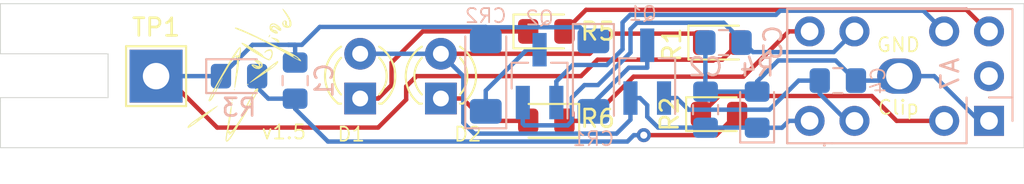
<source format=kicad_pcb>
(kicad_pcb (version 20171130) (host pcbnew "(5.1.5-0-10_14)")

  (general
    (thickness 1.6)
    (drawings 18)
    (tracks 131)
    (zones 0)
    (modules 19)
    (nets 16)
  )

  (page A4)
  (title_block
    (title "Fluke 9010a Probe")
    (date 2021-08-24)
    (rev 1.5)
    (comment 3 Zubline)
  )

  (layers
    (0 F.Cu signal)
    (31 B.Cu signal)
    (32 B.Adhes user)
    (33 F.Adhes user)
    (34 B.Paste user)
    (35 F.Paste user)
    (36 B.SilkS user)
    (37 F.SilkS user)
    (38 B.Mask user)
    (39 F.Mask user)
    (40 Dwgs.User user hide)
    (41 Cmts.User user)
    (42 Eco1.User user)
    (43 Eco2.User user)
    (44 Edge.Cuts user)
    (45 Margin user)
    (46 B.CrtYd user)
    (47 F.CrtYd user)
    (48 B.Fab user)
    (49 F.Fab user)
  )

  (setup
    (last_trace_width 0.25)
    (trace_clearance 0.2)
    (zone_clearance 0.508)
    (zone_45_only no)
    (trace_min 0.2)
    (via_size 0.8)
    (via_drill 0.4)
    (via_min_size 0.4)
    (via_min_drill 0.3)
    (uvia_size 0.3)
    (uvia_drill 0.1)
    (uvias_allowed no)
    (uvia_min_size 0.2)
    (uvia_min_drill 0.1)
    (edge_width 0.05)
    (segment_width 0.2)
    (pcb_text_width 0.3)
    (pcb_text_size 1.5 1.5)
    (mod_edge_width 0.12)
    (mod_text_size 1 1)
    (mod_text_width 0.15)
    (pad_size 1.524 1.524)
    (pad_drill 0.762)
    (pad_to_mask_clearance 0.051)
    (solder_mask_min_width 0.25)
    (aux_axis_origin 0 0)
    (visible_elements 7FFFFFFF)
    (pcbplotparams
      (layerselection 0x010fc_ffffffff)
      (usegerberextensions false)
      (usegerberattributes false)
      (usegerberadvancedattributes false)
      (creategerberjobfile false)
      (excludeedgelayer true)
      (linewidth 0.100000)
      (plotframeref false)
      (viasonmask false)
      (mode 1)
      (useauxorigin false)
      (hpglpennumber 1)
      (hpglpenspeed 20)
      (hpglpendiameter 15.000000)
      (psnegative false)
      (psa4output false)
      (plotreference true)
      (plotvalue true)
      (plotinvisibletext false)
      (padsonsilk false)
      (subtractmaskfromsilk false)
      (outputformat 1)
      (mirror false)
      (drillshape 0)
      (scaleselection 1)
      (outputdirectory "/Users/coma/Desktop/KiCAD/Fluke 9010a Probe/Fluke 9010a Probe/gerber/"))
  )

  (net 0 "")
  (net 1 "Net-(A7-Pad2)")
  (net 2 /~PULSEHI)
  (net 3 /+5V)
  (net 4 /SHIELD)
  (net 5 /~GRN)
  (net 6 /PULSELO)
  (net 7 /-.7V)
  (net 8 /~RED)
  (net 9 "Net-(C1-Pad1)")
  (net 10 "Net-(C1-Pad2)")
  (net 11 "Net-(CR1-Pad2)")
  (net 12 "Net-(CR2-Pad1)")
  (net 13 "Net-(D1-Pad1)")
  (net 14 "Net-(D2-Pad1)")
  (net 15 ProbeGND)

  (net_class Default "This is the default net class."
    (clearance 0.2)
    (trace_width 0.25)
    (via_dia 0.8)
    (via_drill 0.4)
    (uvia_dia 0.3)
    (uvia_drill 0.1)
    (add_net /+5V)
    (add_net /-.7V)
    (add_net /PULSELO)
    (add_net /SHIELD)
    (add_net /~GRN)
    (add_net /~PULSEHI)
    (add_net /~RED)
    (add_net "Net-(A7-Pad2)")
    (add_net "Net-(C1-Pad1)")
    (add_net "Net-(C1-Pad2)")
    (add_net "Net-(CR1-Pad2)")
    (add_net "Net-(CR2-Pad1)")
    (add_net "Net-(D1-Pad1)")
    (add_net "Net-(D2-Pad1)")
    (add_net ProbeGND)
  )

  (module TestPoint:TestPoint_THTPad_3.0x3.0mm_Drill1.5mm (layer F.Cu) (tedit 5A0F774F) (tstamp 6127F946)
    (at 91.567 125.73)
    (descr "THT rectangular pad as test Point, square 3.0mm side length, hole diameter 1.5mm")
    (tags "test point THT pad rectangle square")
    (path /612698D0)
    (attr virtual)
    (fp_text reference TP1 (at 0 -2.77) (layer F.SilkS)
      (effects (font (size 1 1) (thickness 0.15)))
    )
    (fp_text value "Probe Tip" (at 0 2.77) (layer F.Fab)
      (effects (font (size 1 1) (thickness 0.15)))
    )
    (fp_line (start 2 2) (end -2 2) (layer F.CrtYd) (width 0.05))
    (fp_line (start 2 2) (end 2 -2) (layer F.CrtYd) (width 0.05))
    (fp_line (start -2 -2) (end -2 2) (layer F.CrtYd) (width 0.05))
    (fp_line (start -2 -2) (end 2 -2) (layer F.CrtYd) (width 0.05))
    (fp_line (start -1.7 1.7) (end -1.7 -1.7) (layer F.SilkS) (width 0.12))
    (fp_line (start 1.7 1.7) (end -1.7 1.7) (layer F.SilkS) (width 0.12))
    (fp_line (start 1.7 -1.7) (end 1.7 1.7) (layer F.SilkS) (width 0.12))
    (fp_line (start -1.7 -1.7) (end 1.7 -1.7) (layer F.SilkS) (width 0.12))
    (fp_text user %R (at 0 0) (layer F.Fab)
      (effects (font (size 1 1) (thickness 0.15)))
    )
    (pad 1 thru_hole rect (at 0 0) (size 3 3) (drill 1.5) (layers *.Cu *.Mask)
      (net 10 "Net-(C1-Pad2)"))
  )

  (module FlukeProbe:Zubline_very_very_small (layer F.Cu) (tedit 0) (tstamp 613CD7ED)
    (at 96.774 125.73 60)
    (fp_text reference G*** (at 0 0 60) (layer F.SilkS) hide
      (effects (font (size 1.524 1.524) (thickness 0.3)))
    )
    (fp_text value LOGO (at 0.75 0 60) (layer F.SilkS) hide
      (effects (font (size 1.524 1.524) (thickness 0.3)))
    )
    (fp_poly (pts (xy 2.032154 -1.99198) (xy 2.061862 -1.904337) (xy 2.09546 -1.703837) (xy 2.131244 -1.4045)
      (xy 2.167507 -1.020345) (xy 2.198213 -0.62673) (xy 2.22981 -0.190727) (xy 2.261936 0.242446)
      (xy 2.292239 0.641802) (xy 2.318368 0.976355) (xy 2.337928 1.214608) (xy 2.35578 1.580118)
      (xy 2.342757 1.876124) (xy 2.300808 2.083878) (xy 2.237369 2.18156) (xy 2.223058 2.130214)
      (xy 2.21005 1.970241) (xy 2.202332 1.793875) (xy 2.223472 1.793875) (xy 2.230579 1.96793)
      (xy 2.251259 2.025431) (xy 2.281722 1.962283) (xy 2.300756 1.877355) (xy 2.303796 1.724539)
      (xy 2.277381 1.63923) (xy 2.241595 1.631095) (xy 2.224558 1.742052) (xy 2.223472 1.793875)
      (xy 2.202332 1.793875) (xy 2.199099 1.720014) (xy 2.190961 1.397904) (xy 2.186391 1.022284)
      (xy 2.185926 0.930561) (xy 2.168926 0.04388) (xy 2.123763 -0.7463) (xy 2.048517 -1.467739)
      (xy 1.994221 -1.8415) (xy 1.979922 -1.981459) (xy 2.003163 -2.01371) (xy 2.032154 -1.99198)) (layer F.SilkS) (width 0.01))
    (fp_poly (pts (xy -0.148467 0.310714) (xy 0.059149 0.387195) (xy 0.317726 0.487327) (xy 0.603114 0.601232)
      (xy 0.891166 0.719033) (xy 1.157734 0.830852) (xy 1.37867 0.926812) (xy 1.529825 0.997034)
      (xy 1.587051 1.031642) (xy 1.587072 1.031875) (xy 1.53567 1.081686) (xy 1.385409 1.065781)
      (xy 1.14446 0.986807) (xy 0.820991 0.847416) (xy 0.71241 0.79375) (xy 0.8255 0.79375)
      (xy 0.85725 0.8255) (xy 0.862548 0.820202) (xy 0.92075 0.820202) (xy 1.0795 0.91585)
      (xy 1.227802 0.986544) (xy 1.3335 1.011818) (xy 1.396818 1.004244) (xy 1.346339 0.96557)
      (xy 1.3335 0.95825) (xy 1.1978 0.899774) (xy 1.0795 0.862282) (xy 0.92075 0.820202)
      (xy 0.862548 0.820202) (xy 0.889 0.79375) (xy 0.85725 0.762) (xy 0.8255 0.79375)
      (xy 0.71241 0.79375) (xy 0.58393 0.73025) (xy 0.6985 0.73025) (xy 0.73025 0.762)
      (xy 0.762 0.73025) (xy 0.73025 0.6985) (xy 0.6985 0.73025) (xy 0.58393 0.73025)
      (xy 0.4445 0.661338) (xy 0.166715 0.516161) (xy -0.058983 0.39599) (xy -0.214671 0.310548)
      (xy -0.28243 0.269555) (xy -0.280976 0.267762) (xy -0.148467 0.310714)) (layer F.SilkS) (width 0.01))
    (fp_poly (pts (xy -1.965468 0.056304) (xy -2.093777 0.124588) (xy -2.28482 0.212212) (xy -2.510139 0.307546)
      (xy -2.741281 0.398964) (xy -2.949788 0.474838) (xy -3.107206 0.523539) (xy -3.185079 0.533441)
      (xy -3.186055 0.532918) (xy -3.228541 0.526776) (xy -3.215526 0.5573) (xy -3.220643 0.645716)
      (xy -3.250796 0.674348) (xy -3.275616 0.717567) (xy -3.197658 0.755408) (xy -3.012118 0.788483)
      (xy -2.714189 0.817401) (xy -2.299067 0.84277) (xy -1.761946 0.865201) (xy -1.740078 0.865968)
      (xy -1.275719 0.879614) (xy -0.927917 0.883696) (xy -0.686571 0.877975) (xy -0.541581 0.862212)
      (xy -0.482927 0.836302) (xy -0.499922 0.806625) (xy -0.604115 0.790644) (xy -0.807287 0.787861)
      (xy -1.12122 0.797775) (xy -1.251099 0.803747) (xy -1.551873 0.816143) (xy -1.797314 0.822053)
      (xy -1.964934 0.821256) (xy -2.032246 0.813532) (xy -2.032 0.811415) (xy -1.949724 0.78867)
      (xy -1.771089 0.768796) (xy -1.526724 0.752677) (xy -1.247256 0.741195) (xy -0.96331 0.735235)
      (xy -0.705514 0.735681) (xy -0.504496 0.743415) (xy -0.390881 0.759322) (xy -0.381 0.763779)
      (xy -0.321622 0.819182) (xy -0.338729 0.863056) (xy -0.44054 0.896341) (xy -0.635274 0.919978)
      (xy -0.931147 0.93491) (xy -1.336378 0.942078) (xy -1.859184 0.942423) (xy -1.93675 0.942013)
      (xy -2.366133 0.938392) (xy -2.762568 0.932965) (xy -3.105113 0.926183) (xy -3.372824 0.9185)
      (xy -3.544759 0.910368) (xy -3.58775 0.906349) (xy -3.7712 0.861072) (xy -3.839453 0.79772)
      (xy -3.820423 0.770359) (xy -3.80188 0.770359) (xy -3.791455 0.786524) (xy -3.69206 0.811266)
      (xy -3.540835 0.838162) (xy -3.374922 0.860788) (xy -3.231462 0.872722) (xy -3.20675 0.873274)
      (xy -3.107095 0.86746) (xy -3.125537 0.85046) (xy -3.14325 0.846166) (xy -3.324162 0.80139)
      (xy -3.401148 0.761143) (xy -3.395245 0.7073) (xy -3.359667 0.65972) (xy -3.318577 0.601372)
      (xy -3.348199 0.5946) (xy -3.468469 0.639499) (xy -3.51902 0.660472) (xy -3.680004 0.725895)
      (xy -3.786729 0.76589) (xy -3.80188 0.770359) (xy -3.820423 0.770359) (xy -3.787342 0.722796)
      (xy -3.751005 0.70091) (xy -3.633813 0.647178) (xy -3.437113 0.566194) (xy -3.185836 0.467284)
      (xy -2.90491 0.359776) (xy -2.619264 0.252996) (xy -2.353828 0.156272) (xy -2.133532 0.07893)
      (xy -1.983303 0.030297) (xy -1.928348 0.018986) (xy -1.965468 0.056304)) (layer F.SilkS) (width 0.01))
    (fp_poly (pts (xy 4.294895 -0.189646) (xy 4.248962 -0.047198) (xy 4.188319 0.102137) (xy 4.038247 0.392696)
      (xy 3.882091 0.589573) (xy 3.730798 0.686094) (xy 3.595317 0.675583) (xy 3.486596 0.551363)
      (xy 3.478699 0.534818) (xy 3.441485 0.381648) (xy 3.512525 0.381648) (xy 3.513203 0.463734)
      (xy 3.533002 0.42881) (xy 3.533056 0.428625) (xy 3.603234 0.334329) (xy 3.655906 0.3175)
      (xy 3.737337 0.279123) (xy 3.7465 0.249343) (xy 3.712691 0.187289) (xy 3.636916 0.201755)
      (xy 3.55765 0.270984) (xy 3.513365 0.373221) (xy 3.512525 0.381648) (xy 3.441485 0.381648)
      (xy 3.437455 0.365061) (xy 3.471106 0.264943) (xy 3.576631 0.177271) (xy 3.69882 0.167509)
      (xy 3.786204 0.23488) (xy 3.797911 0.269875) (xy 3.775176 0.363928) (xy 3.726812 0.381)
      (xy 3.636772 0.434079) (xy 3.602343 0.503249) (xy 3.600257 0.591514) (xy 3.674312 0.588847)
      (xy 3.839305 0.496324) (xy 3.982463 0.330827) (xy 4.126091 0.066505) (xy 4.127428 0.063652)
      (xy 4.229153 -0.137364) (xy 4.286634 -0.220749) (xy 4.294895 -0.189646)) (layer F.SilkS) (width 0.01))
    (fp_poly (pts (xy 1.470206 -1.234172) (xy 1.490711 -1.0976) (xy 1.501873 -0.860739) (xy 1.502241 -0.572081)
      (xy 1.494182 -0.291438) (xy 1.479976 -0.064588) (xy 1.461742 0.082797) (xy 1.444625 0.126419)
      (xy 1.413127 0.1827) (xy 1.397404 0.320315) (xy 1.397 0.34925) (xy 1.407868 0.498728)
      (xy 1.461478 0.56003) (xy 1.579724 0.5715) (xy 1.768305 0.535127) (xy 1.866577 0.445396)
      (xy 1.86597 0.331388) (xy 1.757915 0.222184) (xy 1.692127 0.190075) (xy 1.610487 0.148277)
      (xy 1.646898 0.131837) (xy 1.662339 0.131025) (xy 1.785847 0.169965) (xy 1.906087 0.264698)
      (xy 1.967679 0.370006) (xy 1.9685 0.381) (xy 1.912801 0.491924) (xy 1.776764 0.581836)
      (xy 1.606974 0.634098) (xy 1.450016 0.632071) (xy 1.375833 0.592666) (xy 1.356246 0.511554)
      (xy 1.342907 0.333658) (xy 1.335855 0.089043) (xy 1.335127 -0.192227) (xy 1.340759 -0.480086)
      (xy 1.352791 -0.74447) (xy 1.362668 -0.85725) (xy 1.397 -0.85725) (xy 1.42875 -0.8255)
      (xy 1.4605 -0.85725) (xy 1.42875 -0.889) (xy 1.397 -0.85725) (xy 1.362668 -0.85725)
      (xy 1.371258 -0.955316) (xy 1.373881 -0.975388) (xy 1.409666 -1.179744) (xy 1.442483 -1.263779)
      (xy 1.470206 -1.234172)) (layer F.SilkS) (width 0.01))
    (fp_poly (pts (xy 2.614503 0.208469) (xy 2.650526 0.390883) (xy 2.620138 0.523004) (xy 2.535199 0.5715)
      (xy 2.492105 0.525002) (xy 2.500555 0.47625) (xy 2.54 0.47625) (xy 2.57175 0.508)
      (xy 2.6035 0.47625) (xy 2.57175 0.4445) (xy 2.54 0.47625) (xy 2.500555 0.47625)
      (xy 2.501456 0.471056) (xy 2.533124 0.330944) (xy 2.545013 0.201181) (xy 2.550026 0.03175)
      (xy 2.614503 0.208469)) (layer F.SilkS) (width 0.01))
    (fp_poly (pts (xy 0.997752 -0.144549) (xy 0.972349 0.075411) (xy 0.921821 0.261367) (xy 0.837778 0.34164)
      (xy 0.783557 0.363309) (xy 0.852062 0.361465) (xy 0.85725 0.36095) (xy 0.942586 0.326562)
      (xy 0.982188 0.223663) (xy 0.991821 0.094721) (xy 0.998914 -0.14275) (xy 1.045632 -0.070452)
      (xy 1.067957 0.051773) (xy 1.052178 0.264293) (xy 0.97135 0.398055) (xy 0.846324 0.437969)
      (xy 0.697955 0.368947) (xy 0.667856 0.341285) (xy 0.591831 0.186928) (xy 0.585222 0.0635)
      (xy 0.649732 0.0635) (xy 0.656352 0.179026) (xy 0.672835 0.192641) (xy 0.678772 0.174625)
      (xy 0.688647 0.013574) (xy 0.678772 -0.047625) (xy 0.660366 -0.067388) (xy 0.650346 0.020416)
      (xy 0.649732 0.0635) (xy 0.585222 0.0635) (xy 0.583945 0.03966) (xy 0.621455 -0.115042)
      (xy 0.677324 -0.150508) (xy 0.729227 -0.067808) (xy 0.750148 0.047625) (xy 0.778642 0.188184)
      (xy 0.821318 0.253429) (xy 0.8255 0.254) (xy 0.868629 0.198394) (xy 0.899217 0.062984)
      (xy 0.900851 0.047625) (xy 0.938227 -0.111694) (xy 0.993664 -0.150875) (xy 0.997752 -0.144549)) (layer F.SilkS) (width 0.01))
    (fp_poly (pts (xy 3.255721 -0.326057) (xy 3.279337 -0.303878) (xy 3.335055 -0.185516) (xy 3.347164 -0.019438)
      (xy 3.321715 0.149464) (xy 3.264758 0.276297) (xy 3.195586 0.3175) (xy 3.137109 0.291464)
      (xy 3.125815 0.19377) (xy 3.142646 0.067071) (xy 3.162612 -0.093185) (xy 3.141876 -0.16278)
      (xy 3.069243 -0.174578) (xy 3.060524 -0.173984) (xy 2.9749 -0.146657) (xy 2.998139 -0.065342)
      (xy 3.002067 -0.058967) (xy 3.035867 0.056272) (xy 3.019701 0.168225) (xy 2.966976 0.230082)
      (xy 2.921448 0.222527) (xy 2.878307 0.137939) (xy 2.868396 0.0635) (xy 2.931026 0.0635)
      (xy 2.941005 0.153646) (xy 2.963054 0.142875) (xy 2.971441 0.012868) (xy 2.963054 -0.015875)
      (xy 2.939877 -0.023853) (xy 2.931026 0.0635) (xy 2.868396 0.0635) (xy 2.857775 -0.016257)
      (xy 2.8575 -0.036859) (xy 2.880385 -0.205898) (xy 2.967375 -0.303392) (xy 2.976359 -0.308081)
      (xy 3.052534 -0.308081) (xy 3.085396 -0.274131) (xy 3.133234 -0.245635) (xy 3.211019 -0.166397)
      (xy 3.225937 -0.031123) (xy 3.216216 0.054059) (xy 3.182212 0.28575) (xy 3.250269 0.082942)
      (xy 3.286839 -0.085845) (xy 3.281681 -0.215131) (xy 3.280405 -0.218683) (xy 3.192412 -0.302637)
      (xy 3.129367 -0.31557) (xy 3.052534 -0.308081) (xy 2.976359 -0.308081) (xy 3.018595 -0.330123)
      (xy 3.155822 -0.370426) (xy 3.255721 -0.326057)) (layer F.SilkS) (width 0.01))
    (fp_poly (pts (xy -0.381 0.22225) (xy -0.41275 0.254) (xy -0.4445 0.22225) (xy -0.41275 0.1905)
      (xy -0.381 0.22225)) (layer F.SilkS) (width 0.01))
    (fp_poly (pts (xy -1.735667 -0.042334) (xy -1.744384 -0.004583) (xy -1.778 0) (xy -1.830268 -0.023234)
      (xy -1.820334 -0.042334) (xy -1.744974 -0.049934) (xy -1.735667 -0.042334)) (layer F.SilkS) (width 0.01))
    (fp_poly (pts (xy -1.5875 -0.09525) (xy -1.61925 -0.0635) (xy -1.651 -0.09525) (xy -1.61925 -0.127)
      (xy -1.5875 -0.09525)) (layer F.SilkS) (width 0.01))
    (fp_poly (pts (xy 2.649802 -0.101865) (xy 2.630863 -0.073004) (xy 2.566458 -0.068514) (xy 2.498701 -0.084022)
      (xy 2.528093 -0.106878) (xy 2.627336 -0.114448) (xy 2.649802 -0.101865)) (layer F.SilkS) (width 0.01))
    (fp_poly (pts (xy -1.016 -0.28575) (xy -1.04775 -0.254) (xy -1.0795 -0.28575) (xy -1.04775 -0.3175)
      (xy -1.016 -0.28575)) (layer F.SilkS) (width 0.01))
    (fp_poly (pts (xy 0.2549 -1.322809) (xy 0.648767 -1.310704) (xy 0.933477 -1.289436) (xy 1.114892 -1.25866)
      (xy 1.198871 -1.218035) (xy 1.2065 -1.198361) (xy 1.152667 -1.13599) (xy 1.020091 -1.057695)
      (xy 0.852159 -0.98239) (xy 0.692256 -0.928989) (xy 0.583768 -0.916407) (xy 0.570768 -0.921203)
      (xy 0.512608 -0.919532) (xy 0.508 -0.899801) (xy 0.452047 -0.854972) (xy 0.300458 -0.779861)
      (xy 0.077631 -0.685655) (xy -0.142875 -0.601365) (xy -0.475352 -0.479763) (xy -0.706039 -0.396)
      (xy -0.852412 -0.34426) (xy -0.931945 -0.31873) (xy -0.96211 -0.313597) (xy -0.960383 -0.323046)
      (xy -0.9525 -0.33199) (xy -0.882569 -0.371954) (xy -0.726651 -0.445917) (xy -0.516042 -0.539146)
      (xy -0.47625 -0.556192) (xy -0.05753 -0.737361) (xy 0.252508 -0.878423) (xy 0.463714 -0.98487)
      (xy 0.479463 -0.994834) (xy 0.592666 -0.994834) (xy 0.601383 -0.957083) (xy 0.635 -0.9525)
      (xy 0.687267 -0.975734) (xy 0.677333 -0.994834) (xy 0.601973 -1.002434) (xy 0.592666 -0.994834)
      (xy 0.479463 -0.994834) (xy 0.585935 -1.062193) (xy 0.629024 -1.115881) (xy 0.602828 -1.151427)
      (xy 0.596607 -1.154267) (xy 0.514533 -1.19224) (xy 0.552425 -1.193663) (xy 0.60325 -1.186315)
      (xy 0.698443 -1.137977) (xy 0.712779 -1.086819) (xy 0.746744 -1.042254) (xy 0.860639 -1.054729)
      (xy 1.023692 -1.119047) (xy 1.0795 -1.148751) (xy 1.112789 -1.166202) (xy 1.135297 -1.180026)
      (xy 1.134328 -1.190892) (xy 1.097188 -1.199471) (xy 1.01118 -1.206433) (xy 0.86361 -1.212449)
      (xy 0.641782 -1.21819) (xy 0.333002 -1.224326) (xy -0.075426 -1.231528) (xy -0.596197 -1.240466)
      (xy -0.686334 -1.242025) (xy -1.184914 -1.248451) (xy -1.600149 -1.249246) (xy -1.922312 -1.244601)
      (xy -2.14167 -1.234711) (xy -2.248495 -1.219767) (xy -2.256972 -1.210904) (xy -2.181986 -1.188845)
      (xy -2.006148 -1.174973) (xy -1.755418 -1.170533) (xy -1.507138 -1.174963) (xy -0.79375 -1.197994)
      (xy -1.4605 -1.142876) (xy -1.834226 -1.117219) (xy -2.095151 -1.112875) (xy -2.255874 -1.131072)
      (xy -2.328996 -1.173037) (xy -2.331869 -1.227764) (xy -2.277783 -1.254896) (xy -2.130167 -1.277034)
      (xy -1.88124 -1.294678) (xy -1.52322 -1.308329) (xy -1.048323 -1.318488) (xy -0.883748 -1.320905)
      (xy -0.253985 -1.326095) (xy 0.2549 -1.322809)) (layer F.SilkS) (width 0.01))
    (fp_poly (pts (xy -4.080963 -1.50769) (xy -3.857179 -1.43124) (xy -3.535953 -1.288894) (xy -3.112711 -1.079087)
      (xy -3.1115 -1.078467) (xy -2.82047 -0.927218) (xy -2.580117 -0.798564) (xy -2.408071 -0.70225)
      (xy -2.321964 -0.648023) (xy -2.31775 -0.63967) (xy -2.395467 -0.66319) (xy -2.568897 -0.727489)
      (xy -2.816622 -0.824263) (xy -3.117225 -0.945206) (xy -3.317875 -1.027494) (xy -3.51576 -1.11125)
      (xy -3.3655 -1.11125) (xy -3.33375 -1.0795) (xy -3.302 -1.11125) (xy -3.33375 -1.143)
      (xy -3.3655 -1.11125) (xy -3.51576 -1.11125) (xy -3.635187 -1.161798) (xy -3.664215 -1.17475)
      (xy -3.4925 -1.17475) (xy -3.46075 -1.143) (xy -3.429 -1.17475) (xy -3.46075 -1.2065)
      (xy -3.4925 -1.17475) (xy -3.664215 -1.17475) (xy -3.90649 -1.282847) (xy -4.11198 -1.381302)
      (xy -4.206856 -1.433952) (xy -4.071464 -1.433952) (xy -3.98324 -1.376329) (xy -3.90525 -1.336975)
      (xy -3.718226 -1.255092) (xy -3.608324 -1.219424) (xy -3.587226 -1.230227) (xy -3.666613 -1.287757)
      (xy -3.7465 -1.3335) (xy -3.913033 -1.412451) (xy -4.044621 -1.454241) (xy -4.064 -1.456174)
      (xy -4.071464 -1.433952) (xy -4.206856 -1.433952) (xy -4.231854 -1.447824) (xy -4.2545 -1.469154)
      (xy -4.211879 -1.519807) (xy -4.080963 -1.50769)) (layer F.SilkS) (width 0.01))
  )

  (module Capacitor_SMD:C_0805_2012Metric_Pad1.15x1.40mm_HandSolder (layer B.Cu) (tedit 5B36C52B) (tstamp 614424C3)
    (at 130.175 125.984)
    (descr "Capacitor SMD 0805 (2012 Metric), square (rectangular) end terminal, IPC_7351 nominal with elongated pad for handsoldering. (Body size source: https://docs.google.com/spreadsheets/d/1BsfQQcO9C6DZCsRaXUlFlo91Tg2WpOkGARC1WS5S8t0/edit?usp=sharing), generated with kicad-footprint-generator")
    (tags "capacitor handsolder")
    (path /61412478)
    (attr smd)
    (fp_text reference C4 (at 2.286 0 90) (layer B.SilkS)
      (effects (font (size 0.8 0.8) (thickness 0.1)) (justify mirror))
    )
    (fp_text value 44pF (at 0 -1.65) (layer B.Fab)
      (effects (font (size 1 1) (thickness 0.15)) (justify mirror))
    )
    (fp_text user %R (at 0 0 180) (layer B.Fab)
      (effects (font (size 0.5 0.5) (thickness 0.08)) (justify mirror))
    )
    (fp_line (start 1.85 -0.95) (end -1.85 -0.95) (layer B.CrtYd) (width 0.05))
    (fp_line (start 1.85 0.95) (end 1.85 -0.95) (layer B.CrtYd) (width 0.05))
    (fp_line (start -1.85 0.95) (end 1.85 0.95) (layer B.CrtYd) (width 0.05))
    (fp_line (start -1.85 -0.95) (end -1.85 0.95) (layer B.CrtYd) (width 0.05))
    (fp_line (start -0.261252 -0.71) (end 0.261252 -0.71) (layer B.SilkS) (width 0.12))
    (fp_line (start -0.261252 0.71) (end 0.261252 0.71) (layer B.SilkS) (width 0.12))
    (fp_line (start 1 -0.6) (end -1 -0.6) (layer B.Fab) (width 0.1))
    (fp_line (start 1 0.6) (end 1 -0.6) (layer B.Fab) (width 0.1))
    (fp_line (start -1 0.6) (end 1 0.6) (layer B.Fab) (width 0.1))
    (fp_line (start -1 -0.6) (end -1 0.6) (layer B.Fab) (width 0.1))
    (pad 2 smd roundrect (at 1.025 0) (size 1.15 1.4) (layers B.Cu B.Paste B.Mask) (roundrect_rratio 0.217391)
      (net 15 ProbeGND))
    (pad 1 smd roundrect (at -1.025 0) (size 1.15 1.4) (layers B.Cu B.Paste B.Mask) (roundrect_rratio 0.217391)
      (net 2 /~PULSEHI))
    (model ${KISYS3DMOD}/Capacitor_SMD.3dshapes/C_0805_2012Metric.wrl
      (at (xyz 0 0 0))
      (scale (xyz 1 1 1))
      (rotate (xyz 0 0 0))
    )
  )

  (module FlukeProbe:FlukeProbe_9Pin_3 (layer B.Cu) (tedit 6135BA11) (tstamp 6127E9EE)
    (at 138.735 128.27 90)
    (descr "Through hole straight socket strip, 1x09, 2.54mm pitch, single row (from Kicad 4.0.7), script generated")
    (tags "Through hole socket strip THT 1x09 2.54mm single row")
    (path /61251F5B)
    (fp_text reference A7 (at 2.667 -2.21 90) (layer B.SilkS)
      (effects (font (size 1 1) (thickness 0.15)) (justify mirror))
    )
    (fp_text value ProbeConn (at 2.286 -9.906 90) (layer B.Fab)
      (effects (font (size 0.508 0.508) (thickness 0.00762)) (justify mirror))
    )
    (fp_line (start -1.27 -11.43) (end -1.27 -8.89) (layer B.Fab) (width 0.12))
    (fp_line (start 6.35 -8.9) (end 6.35 -11.43) (layer B.Fab) (width 0.12))
    (fp_line (start 6.477 -11.43) (end 6.477 -9.3472) (layer B.CrtYd) (width 0.12))
    (fp_line (start -1.397 -9.3472) (end -1.397 -11.43) (layer B.CrtYd) (width 0.12))
    (fp_line (start -1.4 -9.3) (end -1.4 -9.35) (layer B.SilkS) (width 0.12))
    (fp_line (start 6.35 -11.43) (end 6.35 -8.89) (layer B.SilkS) (width 0.12))
    (fp_line (start -1.27 -11.43) (end 6.35 -11.43) (layer B.SilkS) (width 0.12))
    (fp_line (start -1.27 -8.89) (end -1.27 -11.43) (layer B.SilkS) (width 0.12))
    (fp_line (start -1.397 -11.43) (end 6.477 -11.43) (layer B.CrtYd) (width 0.12))
    (fp_line (start -1.397 1.8) (end 6.477 1.8) (layer B.CrtYd) (width 0.12))
    (fp_line (start 6.35 1.3208) (end 1.3208 1.3208) (layer B.Fab) (width 0.12))
    (fp_line (start 6.35 -8.89) (end 6.35 1.3208) (layer B.Fab) (width 0.12))
    (fp_line (start -1.27 -11.43) (end 6.35 -11.43) (layer B.Fab) (width 0.12))
    (fp_line (start -1.27 1.27) (end -1.27 -8.89) (layer B.Fab) (width 0.12))
    (fp_line (start -1.27 -1.27) (end 1.3208 -1.27) (layer B.SilkS) (width 0.12))
    (fp_line (start -1.27 -8.89) (end -1.27 -1.27) (layer B.SilkS) (width 0.12))
    (fp_line (start 6.477 -9.3472) (end 6.477 1.8) (layer B.CrtYd) (width 0.12))
    (fp_line (start -1.397 1.8) (end -1.397 -9.3472) (layer B.CrtYd) (width 0.12))
    (fp_line (start 1.33 1.33) (end 6.35 1.33) (layer B.SilkS) (width 0.12))
    (fp_line (start 6.35 1.27) (end 6.35 -8.89) (layer B.SilkS) (width 0.12))
    (fp_line (start -1.27 -11.43) (end 6.35 -11.43) (layer B.SilkS) (width 0.12))
    (fp_text user %R (at 2.7178 -4.8514 180) (layer B.Fab)
      (effects (font (size 1 1) (thickness 0.15)) (justify mirror))
    )
    (fp_line (start 0 1.33) (end 1.33 1.33) (layer B.SilkS) (width 0.12))
    (fp_line (start 1.33 1.33) (end 1.33 0) (layer B.SilkS) (width 0.12))
    (fp_line (start 0.635 1.27) (end 1.27 0.635) (layer B.Fab) (width 0.1))
    (fp_line (start -1.27 1.27) (end 0.635 1.27) (layer B.Fab) (width 0.1))
    (pad 10 thru_hole oval (at 2.54 -5.08 90) (size 2 2.5) (drill 1.5) (layers *.Cu *.Mask)
      (net 15 ProbeGND))
    (pad 9 thru_hole oval (at 5.08 -10.16 90) (size 1.7 1.7) (drill 1) (layers *.Cu *.Mask)
      (net 8 /~RED))
    (pad 8 thru_hole oval (at 5.08 -7.62 90) (size 1.7 1.7) (drill 1) (layers *.Cu *.Mask)
      (net 7 /-.7V))
    (pad 7 thru_hole oval (at 5.08 -2.54 90) (size 1.7 1.7) (drill 1) (layers *.Cu *.Mask)
      (net 6 /PULSELO))
    (pad 6 thru_hole oval (at 5.08 0 90) (size 1.7 1.7) (drill 1) (layers *.Cu *.Mask)
      (net 5 /~GRN))
    (pad 5 thru_hole oval (at 2.54 0 90) (size 1.7 1.7) (drill 1) (layers *.Cu *.Mask)
      (net 4 /SHIELD))
    (pad 4 thru_hole oval (at 0 -10.16 90) (size 1.7 1.7) (drill 1) (layers *.Cu *.Mask)
      (net 3 /+5V))
    (pad 3 thru_hole oval (at 0 -7.62 90) (size 1.7 1.7) (drill 1) (layers *.Cu *.Mask)
      (net 2 /~PULSEHI))
    (pad 2 thru_hole oval (at 0 -2.54 90) (size 1.7 1.7) (drill 1) (layers *.Cu *.Mask)
      (net 1 "Net-(A7-Pad2)"))
    (pad 1 thru_hole rect (at 0 0 90) (size 1.7 1.7) (drill 1) (layers *.Cu *.Mask)
      (net 15 ProbeGND))
  )

  (module Diode_SMD:D_1806_4516Metric (layer B.Cu) (tedit 5B301BBE) (tstamp 61285EE9)
    (at 110.236 125.73 90)
    (descr "Diode SMD 1806 (4516 Metric), square (rectangular) end terminal, IPC_7351 nominal, (Body size source: https://www.modelithics.com/models/Vendor/MuRata/BLM41P.pdf), generated with kicad-footprint-generator")
    (tags diode)
    (path /6125782D)
    (attr smd)
    (fp_text reference CR2 (at 3.429 0 180) (layer B.SilkS)
      (effects (font (size 0.8 0.8) (thickness 0.1)) (justify mirror))
    )
    (fp_text value 1N4448 (at 0 -1.85 90) (layer B.Fab)
      (effects (font (size 1 1) (thickness 0.15)) (justify mirror))
    )
    (fp_text user %R (at 0 0 90) (layer B.Fab)
      (effects (font (size 1 1) (thickness 0.15)) (justify mirror))
    )
    (fp_line (start 2.95 -1.15) (end -2.95 -1.15) (layer B.CrtYd) (width 0.05))
    (fp_line (start 2.95 1.15) (end 2.95 -1.15) (layer B.CrtYd) (width 0.05))
    (fp_line (start -2.95 1.15) (end 2.95 1.15) (layer B.CrtYd) (width 0.05))
    (fp_line (start -2.95 -1.15) (end -2.95 1.15) (layer B.CrtYd) (width 0.05))
    (fp_line (start -2.96 -1.16) (end 2.25 -1.16) (layer B.SilkS) (width 0.12))
    (fp_line (start -2.96 1.16) (end -2.96 -1.16) (layer B.SilkS) (width 0.12))
    (fp_line (start 2.25 1.16) (end -2.96 1.16) (layer B.SilkS) (width 0.12))
    (fp_line (start 2.25 -0.8) (end 2.25 0.8) (layer B.Fab) (width 0.1))
    (fp_line (start -2.25 -0.8) (end 2.25 -0.8) (layer B.Fab) (width 0.1))
    (fp_line (start -2.25 0.4) (end -2.25 -0.8) (layer B.Fab) (width 0.1))
    (fp_line (start -1.85 0.8) (end -2.25 0.4) (layer B.Fab) (width 0.1))
    (fp_line (start 2.25 0.8) (end -1.85 0.8) (layer B.Fab) (width 0.1))
    (pad 2 smd roundrect (at 2 0 90) (size 1.4 1.8) (layers B.Cu B.Paste B.Mask) (roundrect_rratio 0.178571)
      (net 10 "Net-(C1-Pad2)"))
    (pad 1 smd roundrect (at -2 0 90) (size 1.4 1.8) (layers B.Cu B.Paste B.Mask) (roundrect_rratio 0.178571)
      (net 12 "Net-(CR2-Pad1)"))
    (model ${KISYS3DMOD}/Diode_SMD.3dshapes/D_1806_4516Metric.wrl
      (at (xyz 0 0 0))
      (scale (xyz 1 1 1))
      (rotate (xyz 0 0 0))
    )
  )

  (module Diode_SMD:D_1806_4516Metric (layer B.Cu) (tedit 5B301BBE) (tstamp 6127EA34)
    (at 116.332 125.73 270)
    (descr "Diode SMD 1806 (4516 Metric), square (rectangular) end terminal, IPC_7351 nominal, (Body size source: https://www.modelithics.com/models/Vendor/MuRata/BLM41P.pdf), generated with kicad-footprint-generator")
    (tags diode)
    (path /61254DC2)
    (attr smd)
    (fp_text reference CR1 (at 3.556 0 180) (layer B.SilkS)
      (effects (font (size 0.8 0.8) (thickness 0.1)) (justify mirror))
    )
    (fp_text value 1N4448 (at 0 -1.85 90) (layer B.Fab)
      (effects (font (size 1 1) (thickness 0.15)) (justify mirror))
    )
    (fp_text user %R (at 0 0 90) (layer B.Fab)
      (effects (font (size 1 1) (thickness 0.15)) (justify mirror))
    )
    (fp_line (start 2.95 -1.15) (end -2.95 -1.15) (layer B.CrtYd) (width 0.05))
    (fp_line (start 2.95 1.15) (end 2.95 -1.15) (layer B.CrtYd) (width 0.05))
    (fp_line (start -2.95 1.15) (end 2.95 1.15) (layer B.CrtYd) (width 0.05))
    (fp_line (start -2.95 -1.15) (end -2.95 1.15) (layer B.CrtYd) (width 0.05))
    (fp_line (start -2.96 -1.16) (end 2.25 -1.16) (layer B.SilkS) (width 0.12))
    (fp_line (start -2.96 1.16) (end -2.96 -1.16) (layer B.SilkS) (width 0.12))
    (fp_line (start 2.25 1.16) (end -2.96 1.16) (layer B.SilkS) (width 0.12))
    (fp_line (start 2.25 -0.8) (end 2.25 0.8) (layer B.Fab) (width 0.1))
    (fp_line (start -2.25 -0.8) (end 2.25 -0.8) (layer B.Fab) (width 0.1))
    (fp_line (start -2.25 0.4) (end -2.25 -0.8) (layer B.Fab) (width 0.1))
    (fp_line (start -1.85 0.8) (end -2.25 0.4) (layer B.Fab) (width 0.1))
    (fp_line (start 2.25 0.8) (end -1.85 0.8) (layer B.Fab) (width 0.1))
    (pad 2 smd roundrect (at 2 0 270) (size 1.4 1.8) (layers B.Cu B.Paste B.Mask) (roundrect_rratio 0.178571)
      (net 11 "Net-(CR1-Pad2)"))
    (pad 1 smd roundrect (at -2 0 270) (size 1.4 1.8) (layers B.Cu B.Paste B.Mask) (roundrect_rratio 0.178571)
      (net 10 "Net-(C1-Pad2)"))
    (model ${KISYS3DMOD}/Diode_SMD.3dshapes/D_1806_4516Metric.wrl
      (at (xyz 0 0 0))
      (scale (xyz 1 1 1))
      (rotate (xyz 0 0 0))
    )
  )

  (module Capacitor_SMD:C_0805_2012Metric_Pad1.15x1.40mm_HandSolder (layer B.Cu) (tedit 5B36C52B) (tstamp 6135D29E)
    (at 99.441 125.984 90)
    (descr "Capacitor SMD 0805 (2012 Metric), square (rectangular) end terminal, IPC_7351 nominal with elongated pad for handsoldering. (Body size source: https://docs.google.com/spreadsheets/d/1BsfQQcO9C6DZCsRaXUlFlo91Tg2WpOkGARC1WS5S8t0/edit?usp=sharing), generated with kicad-footprint-generator")
    (tags "capacitor handsolder")
    (path /61250885)
    (attr smd)
    (fp_text reference C1 (at 0 1.65 -90) (layer B.SilkS)
      (effects (font (size 1 1) (thickness 0.15)) (justify mirror))
    )
    (fp_text value "33 pF 100V" (at 0 -1.65 -90) (layer B.Fab)
      (effects (font (size 1 1) (thickness 0.15)) (justify mirror))
    )
    (fp_line (start -1 -0.6) (end -1 0.6) (layer B.Fab) (width 0.1))
    (fp_line (start -1 0.6) (end 1 0.6) (layer B.Fab) (width 0.1))
    (fp_line (start 1 0.6) (end 1 -0.6) (layer B.Fab) (width 0.1))
    (fp_line (start 1 -0.6) (end -1 -0.6) (layer B.Fab) (width 0.1))
    (fp_line (start -0.261252 0.71) (end 0.261252 0.71) (layer B.SilkS) (width 0.12))
    (fp_line (start -0.261252 -0.71) (end 0.261252 -0.71) (layer B.SilkS) (width 0.12))
    (fp_line (start -1.85 -0.95) (end -1.85 0.95) (layer B.CrtYd) (width 0.05))
    (fp_line (start -1.85 0.95) (end 1.85 0.95) (layer B.CrtYd) (width 0.05))
    (fp_line (start 1.85 0.95) (end 1.85 -0.95) (layer B.CrtYd) (width 0.05))
    (fp_line (start 1.85 -0.95) (end -1.85 -0.95) (layer B.CrtYd) (width 0.05))
    (fp_text user %R (at 0 0 -90) (layer B.Fab)
      (effects (font (size 0.5 0.5) (thickness 0.08)) (justify mirror))
    )
    (pad 1 smd roundrect (at -1.025 0 90) (size 1.15 1.4) (layers B.Cu B.Paste B.Mask) (roundrect_rratio 0.217391)
      (net 9 "Net-(C1-Pad1)"))
    (pad 2 smd roundrect (at 1.025 0 90) (size 1.15 1.4) (layers B.Cu B.Paste B.Mask) (roundrect_rratio 0.217391)
      (net 10 "Net-(C1-Pad2)"))
    (model ${KISYS3DMOD}/Capacitor_SMD.3dshapes/C_0805_2012Metric.wrl
      (at (xyz 0 0 0))
      (scale (xyz 1 1 1))
      (rotate (xyz 0 0 0))
    )
  )

  (module Capacitor_SMD:C_0805_2012Metric_Pad1.15x1.40mm_HandSolder (layer B.Cu) (tedit 5B36C52B) (tstamp 6135CEEE)
    (at 122.682 127.635 90)
    (descr "Capacitor SMD 0805 (2012 Metric), square (rectangular) end terminal, IPC_7351 nominal with elongated pad for handsoldering. (Body size source: https://docs.google.com/spreadsheets/d/1BsfQQcO9C6DZCsRaXUlFlo91Tg2WpOkGARC1WS5S8t0/edit?usp=sharing), generated with kicad-footprint-generator")
    (tags "capacitor handsolder")
    (path /61253ACB)
    (attr smd)
    (fp_text reference C2 (at 2.422 0 180) (layer B.SilkS)
      (effects (font (size 1 1) (thickness 0.15)) (justify mirror))
    )
    (fp_text value ".39uF 50V" (at -0.254 2.032 90) (layer B.Fab)
      (effects (font (size 1 1) (thickness 0.15)) (justify mirror))
    )
    (fp_text user %R (at 0 0 90) (layer B.Fab)
      (effects (font (size 0.5 0.5) (thickness 0.08)) (justify mirror))
    )
    (fp_line (start 1.85 -0.95) (end -1.85 -0.95) (layer B.CrtYd) (width 0.05))
    (fp_line (start 1.85 0.95) (end 1.85 -0.95) (layer B.CrtYd) (width 0.05))
    (fp_line (start -1.85 0.95) (end 1.85 0.95) (layer B.CrtYd) (width 0.05))
    (fp_line (start -1.85 -0.95) (end -1.85 0.95) (layer B.CrtYd) (width 0.05))
    (fp_line (start -0.261252 -0.71) (end 0.261252 -0.71) (layer B.SilkS) (width 0.12))
    (fp_line (start -0.261252 0.71) (end 0.261252 0.71) (layer B.SilkS) (width 0.12))
    (fp_line (start 1 -0.6) (end -1 -0.6) (layer B.Fab) (width 0.1))
    (fp_line (start 1 0.6) (end 1 -0.6) (layer B.Fab) (width 0.1))
    (fp_line (start -1 0.6) (end 1 0.6) (layer B.Fab) (width 0.1))
    (fp_line (start -1 -0.6) (end -1 0.6) (layer B.Fab) (width 0.1))
    (pad 2 smd roundrect (at 1.025 0 90) (size 1.15 1.4) (layers B.Cu B.Paste B.Mask) (roundrect_rratio 0.217391)
      (net 15 ProbeGND))
    (pad 1 smd roundrect (at -1.025 0 90) (size 1.15 1.4) (layers B.Cu B.Paste B.Mask) (roundrect_rratio 0.217391)
      (net 3 /+5V))
    (model ${KISYS3DMOD}/Capacitor_SMD.3dshapes/C_0805_2012Metric.wrl
      (at (xyz 0 0 0))
      (scale (xyz 1 1 1))
      (rotate (xyz 0 0 0))
    )
  )

  (module Capacitor_SMD:C_0805_2012Metric_Pad1.15x1.40mm_HandSolder (layer B.Cu) (tedit 5B36C52B) (tstamp 6135D0C5)
    (at 123.698 123.825 180)
    (descr "Capacitor SMD 0805 (2012 Metric), square (rectangular) end terminal, IPC_7351 nominal with elongated pad for handsoldering. (Body size source: https://docs.google.com/spreadsheets/d/1BsfQQcO9C6DZCsRaXUlFlo91Tg2WpOkGARC1WS5S8t0/edit?usp=sharing), generated with kicad-footprint-generator")
    (tags "capacitor handsolder")
    (path /61254546)
    (attr smd)
    (fp_text reference C3 (at -2.803 0 270) (layer B.SilkS)
      (effects (font (size 1 1) (thickness 0.15)) (justify mirror))
    )
    (fp_text value ".39uF 50V" (at 0 -1.65) (layer B.Fab)
      (effects (font (size 1 1) (thickness 0.15)) (justify mirror))
    )
    (fp_line (start -1 -0.6) (end -1 0.6) (layer B.Fab) (width 0.1))
    (fp_line (start -1 0.6) (end 1 0.6) (layer B.Fab) (width 0.1))
    (fp_line (start 1 0.6) (end 1 -0.6) (layer B.Fab) (width 0.1))
    (fp_line (start 1 -0.6) (end -1 -0.6) (layer B.Fab) (width 0.1))
    (fp_line (start -0.261252 0.71) (end 0.261252 0.71) (layer B.SilkS) (width 0.12))
    (fp_line (start -0.261252 -0.71) (end 0.261252 -0.71) (layer B.SilkS) (width 0.12))
    (fp_line (start -1.85 -0.95) (end -1.85 0.95) (layer B.CrtYd) (width 0.05))
    (fp_line (start -1.85 0.95) (end 1.85 0.95) (layer B.CrtYd) (width 0.05))
    (fp_line (start 1.85 0.95) (end 1.85 -0.95) (layer B.CrtYd) (width 0.05))
    (fp_line (start 1.85 -0.95) (end -1.85 -0.95) (layer B.CrtYd) (width 0.05))
    (fp_text user %R (at 0 0) (layer B.Fab)
      (effects (font (size 0.5 0.5) (thickness 0.08)) (justify mirror))
    )
    (pad 1 smd roundrect (at -1.025 0 180) (size 1.15 1.4) (layers B.Cu B.Paste B.Mask) (roundrect_rratio 0.217391)
      (net 7 /-.7V))
    (pad 2 smd roundrect (at 1.025 0 180) (size 1.15 1.4) (layers B.Cu B.Paste B.Mask) (roundrect_rratio 0.217391)
      (net 15 ProbeGND))
    (model ${KISYS3DMOD}/Capacitor_SMD.3dshapes/C_0805_2012Metric.wrl
      (at (xyz 0 0 0))
      (scale (xyz 1 1 1))
      (rotate (xyz 0 0 0))
    )
  )

  (module LED_THT:LED_D3.0mm (layer F.Cu) (tedit 587A3A7B) (tstamp 6127F24A)
    (at 103.124 127 90)
    (descr "LED, diameter 3.0mm, 2 pins")
    (tags "LED diameter 3.0mm 2 pins")
    (path /61263610)
    (fp_text reference D1 (at -2.032 -0.508 180) (layer F.SilkS)
      (effects (font (size 0.8 0.8) (thickness 0.1)))
    )
    (fp_text value GRN (at 4.445 0.127 180) (layer F.Fab)
      (effects (font (size 1 1) (thickness 0.15)))
    )
    (fp_arc (start 1.27 0) (end -0.23 -1.16619) (angle 284.3) (layer F.Fab) (width 0.1))
    (fp_arc (start 1.27 0) (end -0.29 -1.235516) (angle 108.8) (layer F.SilkS) (width 0.12))
    (fp_arc (start 1.27 0) (end -0.29 1.235516) (angle -108.8) (layer F.SilkS) (width 0.12))
    (fp_arc (start 1.27 0) (end 0.229039 -1.08) (angle 87.9) (layer F.SilkS) (width 0.12))
    (fp_arc (start 1.27 0) (end 0.229039 1.08) (angle -87.9) (layer F.SilkS) (width 0.12))
    (fp_circle (center 1.27 0) (end 2.77 0) (layer F.Fab) (width 0.1))
    (fp_line (start -0.23 -1.16619) (end -0.23 1.16619) (layer F.Fab) (width 0.1))
    (fp_line (start -0.29 -1.236) (end -0.29 -1.08) (layer F.SilkS) (width 0.12))
    (fp_line (start -0.29 1.08) (end -0.29 1.236) (layer F.SilkS) (width 0.12))
    (fp_line (start -1.15 -2.25) (end -1.15 2.25) (layer F.CrtYd) (width 0.05))
    (fp_line (start -1.15 2.25) (end 3.7 2.25) (layer F.CrtYd) (width 0.05))
    (fp_line (start 3.7 2.25) (end 3.7 -2.25) (layer F.CrtYd) (width 0.05))
    (fp_line (start 3.7 -2.25) (end -1.15 -2.25) (layer F.CrtYd) (width 0.05))
    (pad 1 thru_hole rect (at 0 0 90) (size 1.8 1.8) (drill 0.9) (layers *.Cu *.Mask)
      (net 13 "Net-(D1-Pad1)"))
    (pad 2 thru_hole circle (at 2.54 0 90) (size 1.8 1.8) (drill 0.9) (layers *.Cu *.Mask)
      (net 3 /+5V))
    (model ${KISYS3DMOD}/LED_THT.3dshapes/LED_D3.0mm.wrl
      (at (xyz 0 0 0))
      (scale (xyz 1 1 1))
      (rotate (xyz 0 0 0))
    )
  )

  (module LED_THT:LED_D3.0mm (layer F.Cu) (tedit 587A3A7B) (tstamp 6127F214)
    (at 107.696 127 90)
    (descr "LED, diameter 3.0mm, 2 pins")
    (tags "LED diameter 3.0mm 2 pins")
    (path /6126478A)
    (fp_text reference D2 (at -2.032 1.524 180) (layer F.SilkS)
      (effects (font (size 0.8 0.8) (thickness 0.1)))
    )
    (fp_text value RED (at 4.445 -0.127 180) (layer F.Fab)
      (effects (font (size 1 1) (thickness 0.15)))
    )
    (fp_line (start 3.7 -2.25) (end -1.15 -2.25) (layer F.CrtYd) (width 0.05))
    (fp_line (start 3.7 2.25) (end 3.7 -2.25) (layer F.CrtYd) (width 0.05))
    (fp_line (start -1.15 2.25) (end 3.7 2.25) (layer F.CrtYd) (width 0.05))
    (fp_line (start -1.15 -2.25) (end -1.15 2.25) (layer F.CrtYd) (width 0.05))
    (fp_line (start -0.29 1.08) (end -0.29 1.236) (layer F.SilkS) (width 0.12))
    (fp_line (start -0.29 -1.236) (end -0.29 -1.08) (layer F.SilkS) (width 0.12))
    (fp_line (start -0.23 -1.16619) (end -0.23 1.16619) (layer F.Fab) (width 0.1))
    (fp_circle (center 1.27 0) (end 2.77 0) (layer F.Fab) (width 0.1))
    (fp_arc (start 1.27 0) (end 0.229039 1.08) (angle -87.9) (layer F.SilkS) (width 0.12))
    (fp_arc (start 1.27 0) (end 0.229039 -1.08) (angle 87.9) (layer F.SilkS) (width 0.12))
    (fp_arc (start 1.27 0) (end -0.29 1.235516) (angle -108.8) (layer F.SilkS) (width 0.12))
    (fp_arc (start 1.27 0) (end -0.29 -1.235516) (angle 108.8) (layer F.SilkS) (width 0.12))
    (fp_arc (start 1.27 0) (end -0.23 -1.16619) (angle 284.3) (layer F.Fab) (width 0.1))
    (pad 2 thru_hole circle (at 2.54 0 90) (size 1.8 1.8) (drill 0.9) (layers *.Cu *.Mask)
      (net 3 /+5V))
    (pad 1 thru_hole rect (at 0 0 90) (size 1.8 1.8) (drill 0.9) (layers *.Cu *.Mask)
      (net 14 "Net-(D2-Pad1)"))
    (model ${KISYS3DMOD}/LED_THT.3dshapes/LED_D3.0mm.wrl
      (at (xyz 0 0 0))
      (scale (xyz 1 1 1))
      (rotate (xyz 0 0 0))
    )
  )

  (module Package_TO_SOT_SMD:SOT-23_Handsoldering (layer B.Cu) (tedit 5A0AB76C) (tstamp 61285F6D)
    (at 119.38 125.476 90)
    (descr "SOT-23, Handsoldering")
    (tags SOT-23)
    (path /612533ED)
    (attr smd)
    (fp_text reference Q1 (at 3.302 -0.254) (layer B.SilkS)
      (effects (font (size 0.8 0.8) (thickness 0.1)) (justify mirror))
    )
    (fp_text value MMBT3906 (at 0 -2.5 -90) (layer B.Fab)
      (effects (font (size 1 1) (thickness 0.15)) (justify mirror))
    )
    (fp_text user %R (at 0 0) (layer B.Fab)
      (effects (font (size 0.5 0.5) (thickness 0.075)) (justify mirror))
    )
    (fp_line (start 0.76 -1.58) (end 0.76 -0.65) (layer B.SilkS) (width 0.12))
    (fp_line (start 0.76 1.58) (end 0.76 0.65) (layer B.SilkS) (width 0.12))
    (fp_line (start -2.7 1.75) (end 2.7 1.75) (layer B.CrtYd) (width 0.05))
    (fp_line (start 2.7 1.75) (end 2.7 -1.75) (layer B.CrtYd) (width 0.05))
    (fp_line (start 2.7 -1.75) (end -2.7 -1.75) (layer B.CrtYd) (width 0.05))
    (fp_line (start -2.7 -1.75) (end -2.7 1.75) (layer B.CrtYd) (width 0.05))
    (fp_line (start 0.76 1.58) (end -2.4 1.58) (layer B.SilkS) (width 0.12))
    (fp_line (start -0.7 0.95) (end -0.7 -1.5) (layer B.Fab) (width 0.1))
    (fp_line (start -0.15 1.52) (end 0.7 1.52) (layer B.Fab) (width 0.1))
    (fp_line (start -0.7 0.95) (end -0.15 1.52) (layer B.Fab) (width 0.1))
    (fp_line (start 0.7 1.52) (end 0.7 -1.52) (layer B.Fab) (width 0.1))
    (fp_line (start -0.7 -1.52) (end 0.7 -1.52) (layer B.Fab) (width 0.1))
    (fp_line (start 0.76 -1.58) (end -0.7 -1.58) (layer B.SilkS) (width 0.12))
    (pad 1 smd rect (at -1.5 0.95 90) (size 1.9 0.8) (layers B.Cu B.Paste B.Mask)
      (net 2 /~PULSEHI))
    (pad 2 smd rect (at -1.5 -0.95 90) (size 1.9 0.8) (layers B.Cu B.Paste B.Mask)
      (net 3 /+5V))
    (pad 3 smd rect (at 1.5 0 90) (size 1.9 0.8) (layers B.Cu B.Paste B.Mask)
      (net 11 "Net-(CR1-Pad2)"))
    (model ${KISYS3DMOD}/Package_TO_SOT_SMD.3dshapes/SOT-23.wrl
      (at (xyz 0 0 0))
      (scale (xyz 1 1 1))
      (rotate (xyz 0 0 0))
    )
  )

  (module Package_TO_SOT_SMD:SOT-23_Handsoldering (layer B.Cu) (tedit 5A0AB76C) (tstamp 6127EA97)
    (at 113.284 125.73 90)
    (descr "SOT-23, Handsoldering")
    (tags SOT-23)
    (path /61253EA2)
    (attr smd)
    (fp_text reference Q2 (at 3.302 0 180) (layer B.SilkS)
      (effects (font (size 0.8 0.8) (thickness 0.1)) (justify mirror))
    )
    (fp_text value MMBT3904 (at 0 -2.5 90) (layer B.Fab)
      (effects (font (size 1 1) (thickness 0.15)) (justify mirror))
    )
    (fp_line (start 0.76 -1.58) (end -0.7 -1.58) (layer B.SilkS) (width 0.12))
    (fp_line (start -0.7 -1.52) (end 0.7 -1.52) (layer B.Fab) (width 0.1))
    (fp_line (start 0.7 1.52) (end 0.7 -1.52) (layer B.Fab) (width 0.1))
    (fp_line (start -0.7 0.95) (end -0.15 1.52) (layer B.Fab) (width 0.1))
    (fp_line (start -0.15 1.52) (end 0.7 1.52) (layer B.Fab) (width 0.1))
    (fp_line (start -0.7 0.95) (end -0.7 -1.5) (layer B.Fab) (width 0.1))
    (fp_line (start 0.76 1.58) (end -2.4 1.58) (layer B.SilkS) (width 0.12))
    (fp_line (start -2.7 -1.75) (end -2.7 1.75) (layer B.CrtYd) (width 0.05))
    (fp_line (start 2.7 -1.75) (end -2.7 -1.75) (layer B.CrtYd) (width 0.05))
    (fp_line (start 2.7 1.75) (end 2.7 -1.75) (layer B.CrtYd) (width 0.05))
    (fp_line (start -2.7 1.75) (end 2.7 1.75) (layer B.CrtYd) (width 0.05))
    (fp_line (start 0.76 1.58) (end 0.76 0.65) (layer B.SilkS) (width 0.12))
    (fp_line (start 0.76 -1.58) (end 0.76 -0.65) (layer B.SilkS) (width 0.12))
    (fp_text user %R (at 0 0 180) (layer B.Fab)
      (effects (font (size 0.5 0.5) (thickness 0.075)) (justify mirror))
    )
    (pad 3 smd rect (at 1.5 0 90) (size 1.9 0.8) (layers B.Cu B.Paste B.Mask)
      (net 12 "Net-(CR2-Pad1)"))
    (pad 2 smd rect (at -1.5 -0.95 90) (size 1.9 0.8) (layers B.Cu B.Paste B.Mask)
      (net 7 /-.7V))
    (pad 1 smd rect (at -1.5 0.95 90) (size 1.9 0.8) (layers B.Cu B.Paste B.Mask)
      (net 6 /PULSELO))
    (model ${KISYS3DMOD}/Package_TO_SOT_SMD.3dshapes/SOT-23.wrl
      (at (xyz 0 0 0))
      (scale (xyz 1 1 1))
      (rotate (xyz 0 0 0))
    )
  )

  (module Diode_SMD:D_0805_2012Metric_Pad1.15x1.40mm_HandSolder (layer F.Cu) (tedit 5B4B45C8) (tstamp 6127EAAA)
    (at 123.571 123.825)
    (descr "Diode SMD 0805 (2012 Metric), square (rectangular) end terminal, IPC_7351 nominal, (Body size source: https://docs.google.com/spreadsheets/d/1BsfQQcO9C6DZCsRaXUlFlo91Tg2WpOkGARC1WS5S8t0/edit?usp=sharing), generated with kicad-footprint-generator")
    (tags "diode handsolder")
    (path /6125BB9F)
    (attr smd)
    (fp_text reference R1 (at -2.794 0.127 90) (layer F.SilkS)
      (effects (font (size 1 1) (thickness 0.15)))
    )
    (fp_text value "205K 1%" (at 0 1.65) (layer F.Fab)
      (effects (font (size 1 1) (thickness 0.15)))
    )
    (fp_line (start 1 -0.6) (end -0.7 -0.6) (layer F.Fab) (width 0.1))
    (fp_line (start -0.7 -0.6) (end -1 -0.3) (layer F.Fab) (width 0.1))
    (fp_line (start -1 -0.3) (end -1 0.6) (layer F.Fab) (width 0.1))
    (fp_line (start -1 0.6) (end 1 0.6) (layer F.Fab) (width 0.1))
    (fp_line (start 1 0.6) (end 1 -0.6) (layer F.Fab) (width 0.1))
    (fp_line (start 1 -0.96) (end -1.86 -0.96) (layer F.SilkS) (width 0.12))
    (fp_line (start -1.86 -0.96) (end -1.86 0.96) (layer F.SilkS) (width 0.12))
    (fp_line (start -1.86 0.96) (end 1 0.96) (layer F.SilkS) (width 0.12))
    (fp_line (start -1.85 0.95) (end -1.85 -0.95) (layer F.CrtYd) (width 0.05))
    (fp_line (start -1.85 -0.95) (end 1.85 -0.95) (layer F.CrtYd) (width 0.05))
    (fp_line (start 1.85 -0.95) (end 1.85 0.95) (layer F.CrtYd) (width 0.05))
    (fp_line (start 1.85 0.95) (end -1.85 0.95) (layer F.CrtYd) (width 0.05))
    (fp_text user %R (at 0 0) (layer F.Fab)
      (effects (font (size 0.5 0.5) (thickness 0.08)))
    )
    (pad 1 smd roundrect (at -1.025 0) (size 1.15 1.4) (layers F.Cu F.Paste F.Mask) (roundrect_rratio 0.217391)
      (net 3 /+5V))
    (pad 2 smd roundrect (at 1.025 0) (size 1.15 1.4) (layers F.Cu F.Paste F.Mask) (roundrect_rratio 0.217391)
      (net 10 "Net-(C1-Pad2)"))
    (model ${KISYS3DMOD}/Diode_SMD.3dshapes/D_0805_2012Metric.wrl
      (at (xyz 0 0 0))
      (scale (xyz 1 1 1))
      (rotate (xyz 0 0 0))
    )
  )

  (module Diode_SMD:D_0805_2012Metric_Pad1.15x1.40mm_HandSolder (layer F.Cu) (tedit 5B4B45C8) (tstamp 613C7077)
    (at 123.444 127.889)
    (descr "Diode SMD 0805 (2012 Metric), square (rectangular) end terminal, IPC_7351 nominal, (Body size source: https://docs.google.com/spreadsheets/d/1BsfQQcO9C6DZCsRaXUlFlo91Tg2WpOkGARC1WS5S8t0/edit?usp=sharing), generated with kicad-footprint-generator")
    (tags "diode handsolder")
    (path /6125C2FD)
    (attr smd)
    (fp_text reference R2 (at -2.803 0 90) (layer F.SilkS)
      (effects (font (size 1 1) (thickness 0.15)))
    )
    (fp_text value 220R (at -0.263 -1.778) (layer F.Fab)
      (effects (font (size 1 1) (thickness 0.15)))
    )
    (fp_text user %R (at 0 0) (layer F.Fab)
      (effects (font (size 0.5 0.5) (thickness 0.08)))
    )
    (fp_line (start 1.85 0.95) (end -1.85 0.95) (layer F.CrtYd) (width 0.05))
    (fp_line (start 1.85 -0.95) (end 1.85 0.95) (layer F.CrtYd) (width 0.05))
    (fp_line (start -1.85 -0.95) (end 1.85 -0.95) (layer F.CrtYd) (width 0.05))
    (fp_line (start -1.85 0.95) (end -1.85 -0.95) (layer F.CrtYd) (width 0.05))
    (fp_line (start -1.86 0.96) (end 1 0.96) (layer F.SilkS) (width 0.12))
    (fp_line (start -1.86 -0.96) (end -1.86 0.96) (layer F.SilkS) (width 0.12))
    (fp_line (start 1 -0.96) (end -1.86 -0.96) (layer F.SilkS) (width 0.12))
    (fp_line (start 1 0.6) (end 1 -0.6) (layer F.Fab) (width 0.1))
    (fp_line (start -1 0.6) (end 1 0.6) (layer F.Fab) (width 0.1))
    (fp_line (start -1 -0.3) (end -1 0.6) (layer F.Fab) (width 0.1))
    (fp_line (start -0.7 -0.6) (end -1 -0.3) (layer F.Fab) (width 0.1))
    (fp_line (start 1 -0.6) (end -0.7 -0.6) (layer F.Fab) (width 0.1))
    (pad 2 smd roundrect (at 1.025 0) (size 1.15 1.4) (layers F.Cu F.Paste F.Mask) (roundrect_rratio 0.217391)
      (net 9 "Net-(C1-Pad1)"))
    (pad 1 smd roundrect (at -1.025 0) (size 1.15 1.4) (layers F.Cu F.Paste F.Mask) (roundrect_rratio 0.217391)
      (net 1 "Net-(A7-Pad2)"))
    (model ${KISYS3DMOD}/Diode_SMD.3dshapes/D_0805_2012Metric.wrl
      (at (xyz 0 0 0))
      (scale (xyz 1 1 1))
      (rotate (xyz 0 0 0))
    )
  )

  (module Diode_SMD:D_0805_2012Metric_Pad1.15x1.40mm_HandSolder (layer B.Cu) (tedit 5B4B45C8) (tstamp 613CD84E)
    (at 96.266 125.73)
    (descr "Diode SMD 0805 (2012 Metric), square (rectangular) end terminal, IPC_7351 nominal, (Body size source: https://docs.google.com/spreadsheets/d/1BsfQQcO9C6DZCsRaXUlFlo91Tg2WpOkGARC1WS5S8t0/edit?usp=sharing), generated with kicad-footprint-generator")
    (tags "diode handsolder")
    (path /6125CCB9)
    (attr smd)
    (fp_text reference R3 (at 0 1.778) (layer B.SilkS)
      (effects (font (size 1 1) (thickness 0.15)) (justify mirror))
    )
    (fp_text value "100K 1%" (at 0 -1.65) (layer B.Fab)
      (effects (font (size 1 1) (thickness 0.15)) (justify mirror))
    )
    (fp_line (start 1 0.6) (end -0.7 0.6) (layer B.Fab) (width 0.1))
    (fp_line (start -0.7 0.6) (end -1 0.3) (layer B.Fab) (width 0.1))
    (fp_line (start -1 0.3) (end -1 -0.6) (layer B.Fab) (width 0.1))
    (fp_line (start -1 -0.6) (end 1 -0.6) (layer B.Fab) (width 0.1))
    (fp_line (start 1 -0.6) (end 1 0.6) (layer B.Fab) (width 0.1))
    (fp_line (start 1 0.96) (end -1.86 0.96) (layer B.SilkS) (width 0.12))
    (fp_line (start -1.86 0.96) (end -1.86 -0.96) (layer B.SilkS) (width 0.12))
    (fp_line (start -1.86 -0.96) (end 1 -0.96) (layer B.SilkS) (width 0.12))
    (fp_line (start -1.85 -0.95) (end -1.85 0.95) (layer B.CrtYd) (width 0.05))
    (fp_line (start -1.85 0.95) (end 1.85 0.95) (layer B.CrtYd) (width 0.05))
    (fp_line (start 1.85 0.95) (end 1.85 -0.95) (layer B.CrtYd) (width 0.05))
    (fp_line (start 1.85 -0.95) (end -1.85 -0.95) (layer B.CrtYd) (width 0.05))
    (fp_text user %R (at 0 0) (layer B.Fab)
      (effects (font (size 0.5 0.5) (thickness 0.08)) (justify mirror))
    )
    (pad 1 smd roundrect (at -1.025 0) (size 1.15 1.4) (layers B.Cu B.Paste B.Mask) (roundrect_rratio 0.217391)
      (net 10 "Net-(C1-Pad2)"))
    (pad 2 smd roundrect (at 1.025 0) (size 1.15 1.4) (layers B.Cu B.Paste B.Mask) (roundrect_rratio 0.217391)
      (net 9 "Net-(C1-Pad1)"))
    (model ${KISYS3DMOD}/Diode_SMD.3dshapes/D_0805_2012Metric.wrl
      (at (xyz 0 0 0))
      (scale (xyz 1 1 1))
      (rotate (xyz 0 0 0))
    )
  )

  (module Diode_SMD:D_0805_2012Metric_Pad1.15x1.40mm_HandSolder (layer B.Cu) (tedit 5B4B45C8) (tstamp 6127EAE3)
    (at 125.603 127.635 90)
    (descr "Diode SMD 0805 (2012 Metric), square (rectangular) end terminal, IPC_7351 nominal, (Body size source: https://docs.google.com/spreadsheets/d/1BsfQQcO9C6DZCsRaXUlFlo91Tg2WpOkGARC1WS5S8t0/edit?usp=sharing), generated with kicad-footprint-generator")
    (tags "diode handsolder")
    (path /6125D38D)
    (attr smd)
    (fp_text reference R4 (at 2.413 0) (layer B.SilkS)
      (effects (font (size 1 1) (thickness 0.15)) (justify mirror))
    )
    (fp_text value "68K 1/8W" (at 0 -1.65 90) (layer B.Fab)
      (effects (font (size 1 1) (thickness 0.15)) (justify mirror))
    )
    (fp_text user %R (at 0 0 90) (layer B.Fab)
      (effects (font (size 0.5 0.5) (thickness 0.08)) (justify mirror))
    )
    (fp_line (start 1.85 -0.95) (end -1.85 -0.95) (layer B.CrtYd) (width 0.05))
    (fp_line (start 1.85 0.95) (end 1.85 -0.95) (layer B.CrtYd) (width 0.05))
    (fp_line (start -1.85 0.95) (end 1.85 0.95) (layer B.CrtYd) (width 0.05))
    (fp_line (start -1.85 -0.95) (end -1.85 0.95) (layer B.CrtYd) (width 0.05))
    (fp_line (start -1.86 -0.96) (end 1 -0.96) (layer B.SilkS) (width 0.12))
    (fp_line (start -1.86 0.96) (end -1.86 -0.96) (layer B.SilkS) (width 0.12))
    (fp_line (start 1 0.96) (end -1.86 0.96) (layer B.SilkS) (width 0.12))
    (fp_line (start 1 -0.6) (end 1 0.6) (layer B.Fab) (width 0.1))
    (fp_line (start -1 -0.6) (end 1 -0.6) (layer B.Fab) (width 0.1))
    (fp_line (start -1 0.3) (end -1 -0.6) (layer B.Fab) (width 0.1))
    (fp_line (start -0.7 0.6) (end -1 0.3) (layer B.Fab) (width 0.1))
    (fp_line (start 1 0.6) (end -0.7 0.6) (layer B.Fab) (width 0.1))
    (pad 2 smd roundrect (at 1.025 0 90) (size 1.15 1.4) (layers B.Cu B.Paste B.Mask) (roundrect_rratio 0.217391)
      (net 15 ProbeGND))
    (pad 1 smd roundrect (at -1.025 0 90) (size 1.15 1.4) (layers B.Cu B.Paste B.Mask) (roundrect_rratio 0.217391)
      (net 3 /+5V))
    (model ${KISYS3DMOD}/Diode_SMD.3dshapes/D_0805_2012Metric.wrl
      (at (xyz 0 0 0))
      (scale (xyz 1 1 1))
      (rotate (xyz 0 0 0))
    )
  )

  (module Diode_SMD:D_0805_2012Metric_Pad1.15x1.40mm_HandSolder (layer F.Cu) (tedit 5B4B45C8) (tstamp 6127EAF6)
    (at 113.665 123.19)
    (descr "Diode SMD 0805 (2012 Metric), square (rectangular) end terminal, IPC_7351 nominal, (Body size source: https://docs.google.com/spreadsheets/d/1BsfQQcO9C6DZCsRaXUlFlo91Tg2WpOkGARC1WS5S8t0/edit?usp=sharing), generated with kicad-footprint-generator")
    (tags "diode handsolder")
    (path /61264EB2)
    (attr smd)
    (fp_text reference R5 (at 2.921 0) (layer F.SilkS)
      (effects (font (size 1 1) (thickness 0.15)))
    )
    (fp_text value 330R (at -4.073 -0.381) (layer F.Fab)
      (effects (font (size 1 1) (thickness 0.15)))
    )
    (fp_line (start 1 -0.6) (end -0.7 -0.6) (layer F.Fab) (width 0.1))
    (fp_line (start -0.7 -0.6) (end -1 -0.3) (layer F.Fab) (width 0.1))
    (fp_line (start -1 -0.3) (end -1 0.6) (layer F.Fab) (width 0.1))
    (fp_line (start -1 0.6) (end 1 0.6) (layer F.Fab) (width 0.1))
    (fp_line (start 1 0.6) (end 1 -0.6) (layer F.Fab) (width 0.1))
    (fp_line (start 1 -0.96) (end -1.86 -0.96) (layer F.SilkS) (width 0.12))
    (fp_line (start -1.86 -0.96) (end -1.86 0.96) (layer F.SilkS) (width 0.12))
    (fp_line (start -1.86 0.96) (end 1 0.96) (layer F.SilkS) (width 0.12))
    (fp_line (start -1.85 0.95) (end -1.85 -0.95) (layer F.CrtYd) (width 0.05))
    (fp_line (start -1.85 -0.95) (end 1.85 -0.95) (layer F.CrtYd) (width 0.05))
    (fp_line (start 1.85 -0.95) (end 1.85 0.95) (layer F.CrtYd) (width 0.05))
    (fp_line (start 1.85 0.95) (end -1.85 0.95) (layer F.CrtYd) (width 0.05))
    (fp_text user %R (at 0 0) (layer F.Fab)
      (effects (font (size 0.5 0.5) (thickness 0.08)))
    )
    (pad 1 smd roundrect (at -1.025 0) (size 1.15 1.4) (layers F.Cu F.Paste F.Mask) (roundrect_rratio 0.217391)
      (net 13 "Net-(D1-Pad1)"))
    (pad 2 smd roundrect (at 1.025 0) (size 1.15 1.4) (layers F.Cu F.Paste F.Mask) (roundrect_rratio 0.217391)
      (net 5 /~GRN))
    (model ${KISYS3DMOD}/Diode_SMD.3dshapes/D_0805_2012Metric.wrl
      (at (xyz 0 0 0))
      (scale (xyz 1 1 1))
      (rotate (xyz 0 0 0))
    )
  )

  (module Diode_SMD:D_0805_2012Metric_Pad1.15x1.40mm_HandSolder (layer F.Cu) (tedit 5B4B45C8) (tstamp 6127EB09)
    (at 113.665 128.27 180)
    (descr "Diode SMD 0805 (2012 Metric), square (rectangular) end terminal, IPC_7351 nominal, (Body size source: https://docs.google.com/spreadsheets/d/1BsfQQcO9C6DZCsRaXUlFlo91Tg2WpOkGARC1WS5S8t0/edit?usp=sharing), generated with kicad-footprint-generator")
    (tags "diode handsolder")
    (path /612655E1)
    (attr smd)
    (fp_text reference R6 (at -2.912 0.127) (layer F.SilkS)
      (effects (font (size 1 1) (thickness 0.15)))
    )
    (fp_text value 330R (at 4.073 -0.508) (layer F.Fab)
      (effects (font (size 1 1) (thickness 0.15)))
    )
    (fp_text user %R (at 0 0) (layer F.Fab)
      (effects (font (size 0.5 0.5) (thickness 0.08)))
    )
    (fp_line (start 1.85 0.95) (end -1.85 0.95) (layer F.CrtYd) (width 0.05))
    (fp_line (start 1.85 -0.95) (end 1.85 0.95) (layer F.CrtYd) (width 0.05))
    (fp_line (start -1.85 -0.95) (end 1.85 -0.95) (layer F.CrtYd) (width 0.05))
    (fp_line (start -1.85 0.95) (end -1.85 -0.95) (layer F.CrtYd) (width 0.05))
    (fp_line (start -1.86 0.96) (end 1 0.96) (layer F.SilkS) (width 0.12))
    (fp_line (start -1.86 -0.96) (end -1.86 0.96) (layer F.SilkS) (width 0.12))
    (fp_line (start 1 -0.96) (end -1.86 -0.96) (layer F.SilkS) (width 0.12))
    (fp_line (start 1 0.6) (end 1 -0.6) (layer F.Fab) (width 0.1))
    (fp_line (start -1 0.6) (end 1 0.6) (layer F.Fab) (width 0.1))
    (fp_line (start -1 -0.3) (end -1 0.6) (layer F.Fab) (width 0.1))
    (fp_line (start -0.7 -0.6) (end -1 -0.3) (layer F.Fab) (width 0.1))
    (fp_line (start 1 -0.6) (end -0.7 -0.6) (layer F.Fab) (width 0.1))
    (pad 2 smd roundrect (at 1.025 0 180) (size 1.15 1.4) (layers F.Cu F.Paste F.Mask) (roundrect_rratio 0.217391)
      (net 14 "Net-(D2-Pad1)"))
    (pad 1 smd roundrect (at -1.025 0 180) (size 1.15 1.4) (layers F.Cu F.Paste F.Mask) (roundrect_rratio 0.217391)
      (net 8 /~RED))
    (model ${KISYS3DMOD}/Diode_SMD.3dshapes/D_0805_2012Metric.wrl
      (at (xyz 0 0 0))
      (scale (xyz 1 1 1))
      (rotate (xyz 0 0 0))
    )
  )

  (gr_text v1.5 (at 98.806 128.905) (layer F.SilkS)
    (effects (font (size 0.8 0.8) (thickness 0.1)))
  )
  (gr_text Clip (at 133.604 127.508) (layer F.SilkS)
    (effects (font (size 0.8 0.8) (thickness 0.1)))
  )
  (gr_text GND (at 133.604 123.952) (layer F.SilkS)
    (effects (font (size 0.8 0.8) (thickness 0.1)))
  )
  (dimension 34.036038 (width 0.15) (layer Dwgs.User)
    (gr_text "34.036 mm" (at 123.687719 114.752235 0.08551602533) (layer Dwgs.User)
      (effects (font (size 1 1) (thickness 0.15)))
    )
    (feature1 (pts (xy 106.68 121.666) (xy 106.670784 115.491214)))
    (feature2 (pts (xy 140.716 121.6152) (xy 140.706784 115.440414)))
    (crossbar (pts (xy 140.707659 116.026834) (xy 106.671659 116.077634)))
    (arrow1a (pts (xy 106.671659 116.077634) (xy 107.797286 115.489533)))
    (arrow1b (pts (xy 106.671659 116.077634) (xy 107.799037 116.662373)))
    (arrow2a (pts (xy 140.707659 116.026834) (xy 139.580281 115.442095)))
    (arrow2b (pts (xy 140.707659 116.026834) (xy 139.582032 116.614935)))
  )
  (dimension 21.005861 (width 0.15) (layer Dwgs.User)
    (gr_text "21.006 mm" (at 93.276133 113.357181 359.8614373) (layer Dwgs.User)
      (effects (font (size 1 1) (thickness 0.15)))
    )
    (feature1 (pts (xy 103.759 121.666) (xy 103.777307 114.096158)))
    (feature2 (pts (xy 82.7532 121.6152) (xy 82.771507 114.045358)))
    (crossbar (pts (xy 82.770089 114.631777) (xy 103.775889 114.682577)))
    (arrow1a (pts (xy 103.775889 114.682577) (xy 102.64797 115.266272)))
    (arrow1b (pts (xy 103.775889 114.682577) (xy 102.650807 114.093434)))
    (arrow2a (pts (xy 82.770089 114.631777) (xy 83.895171 115.22092)))
    (arrow2b (pts (xy 82.770089 114.631777) (xy 83.898008 114.048082)))
  )
  (gr_line (start 82.7532 127.1524) (end 82.7532 126.9492) (layer Edge.Cuts) (width 0.05) (tstamp 6127F6F2))
  (gr_line (start 82.7532 124.2568) (end 82.7532 124.46) (layer Edge.Cuts) (width 0.05) (tstamp 6127F6F1))
  (gr_line (start 88.8492 124.46) (end 88.8492 126.9492) (layer Edge.Cuts) (width 0.05) (tstamp 6127F6F0))
  (dimension 2.4892 (width 0.15) (layer Dwgs.User)
    (gr_text "2.489 mm" (at 80.1832 125.7046 270) (layer Dwgs.User)
      (effects (font (size 1 1) (thickness 0.15)))
    )
    (feature1 (pts (xy 82.7532 126.9492) (xy 80.896779 126.9492)))
    (feature2 (pts (xy 82.7532 124.46) (xy 80.896779 124.46)))
    (crossbar (pts (xy 81.4832 124.46) (xy 81.4832 126.9492)))
    (arrow1a (pts (xy 81.4832 126.9492) (xy 80.896779 125.822696)))
    (arrow1b (pts (xy 81.4832 126.9492) (xy 82.069621 125.822696)))
    (arrow2a (pts (xy 81.4832 124.46) (xy 80.896779 125.586504)))
    (arrow2b (pts (xy 81.4832 124.46) (xy 82.069621 125.586504)))
  )
  (gr_line (start 82.7532 124.2568) (end 82.7532 121.6152) (layer Edge.Cuts) (width 0.05) (tstamp 612512AD))
  (gr_line (start 82.7532 127.1524) (end 82.7532 129.794) (layer Edge.Cuts) (width 0.05) (tstamp 612512A4))
  (gr_line (start 82.7532 126.9492) (end 88.8492 126.9492) (layer Edge.Cuts) (width 0.05))
  (gr_line (start 82.7532 124.46) (end 88.8492 124.46) (layer Edge.Cuts) (width 0.05))
  (dimension 57.9628 (width 0.15) (layer Dwgs.User)
    (gr_text "57.963 mm" (at 111.7346 139.3236) (layer Dwgs.User)
      (effects (font (size 1 1) (thickness 0.15)))
    )
    (feature1 (pts (xy 140.716 129.794) (xy 140.716 138.610021)))
    (feature2 (pts (xy 82.7532 129.794) (xy 82.7532 138.610021)))
    (crossbar (pts (xy 82.7532 138.0236) (xy 140.716 138.0236)))
    (arrow1a (pts (xy 140.716 138.0236) (xy 139.589496 138.610021)))
    (arrow1b (pts (xy 140.716 138.0236) (xy 139.589496 137.437179)))
    (arrow2a (pts (xy 82.7532 138.0236) (xy 83.879704 138.610021)))
    (arrow2b (pts (xy 82.7532 138.0236) (xy 83.879704 137.437179)))
  )
  (dimension 8.1788 (width 0.15) (layer Dwgs.User)
    (gr_text "8.179 mm" (at 77.7448 125.7046 270) (layer Dwgs.User)
      (effects (font (size 1 1) (thickness 0.15)))
    )
    (feature1 (pts (xy 82.7532 129.794) (xy 78.458379 129.794)))
    (feature2 (pts (xy 82.7532 121.6152) (xy 78.458379 121.6152)))
    (crossbar (pts (xy 79.0448 121.6152) (xy 79.0448 129.794)))
    (arrow1a (pts (xy 79.0448 129.794) (xy 78.458379 128.667496)))
    (arrow1b (pts (xy 79.0448 129.794) (xy 79.631221 128.667496)))
    (arrow2a (pts (xy 79.0448 121.6152) (xy 78.458379 122.741704)))
    (arrow2b (pts (xy 79.0448 121.6152) (xy 79.631221 122.741704)))
  )
  (gr_line (start 140.716 129.794) (end 82.7532 129.794) (layer Edge.Cuts) (width 0.05))
  (gr_line (start 140.716 121.6152) (end 140.716 129.794) (layer Edge.Cuts) (width 0.05))
  (gr_line (start 82.7532 121.6152) (end 140.716 121.6152) (layer Edge.Cuts) (width 0.05))

  (segment (start 122.419 127.889) (end 123.45 126.858) (width 0.25) (layer F.Cu) (net 1))
  (segment (start 123.45 126.858) (end 132.093 126.858) (width 0.25) (layer F.Cu) (net 1))
  (segment (start 132.093 126.858) (end 133.505 128.27) (width 0.25) (layer F.Cu) (net 1))
  (segment (start 133.505 128.27) (end 136.195 128.27) (width 0.25) (layer F.Cu) (net 1))
  (segment (start 121.0553 126.976) (end 120.33 126.976) (width 0.25) (layer B.Cu) (net 2))
  (segment (start 126.3015 127.635) (end 121.7143 127.635) (width 0.25) (layer B.Cu) (net 2))
  (segment (start 127.9525 125.984) (end 126.3015 127.635) (width 0.25) (layer B.Cu) (net 2))
  (segment (start 121.7143 127.635) (end 121.0553 126.976) (width 0.25) (layer B.Cu) (net 2))
  (segment (start 129.15 125.984) (end 127.9525 125.984) (width 0.25) (layer B.Cu) (net 2))
  (segment (start 130.683 128.27) (end 129.15 126.737) (width 0.25) (layer B.Cu) (net 2))
  (segment (start 129.15 126.737) (end 129.15 125.984) (width 0.25) (layer B.Cu) (net 2))
  (segment (start 131.115 128.27) (end 130.683 128.27) (width 0.25) (layer B.Cu) (net 2))
  (segment (start 103.124 124.46) (end 107.696 124.46) (width 0.25) (layer B.Cu) (net 3))
  (segment (start 128.575 128.27) (end 127.3997 128.27) (width 0.25) (layer B.Cu) (net 3))
  (segment (start 125.603 128.66) (end 127.0097 128.66) (width 0.25) (layer B.Cu) (net 3))
  (segment (start 127.0097 128.66) (end 127.3997 128.27) (width 0.25) (layer B.Cu) (net 3))
  (segment (start 109.582079 128.993979) (end 117.640021 128.993979) (width 0.25) (layer B.Cu) (net 3))
  (segment (start 108.9654 128.3773) (end 109.582079 128.993979) (width 0.25) (layer B.Cu) (net 3))
  (segment (start 108.9654 125.7294) (end 108.9654 128.3773) (width 0.25) (layer B.Cu) (net 3))
  (segment (start 107.696 124.46) (end 108.9654 125.7294) (width 0.25) (layer B.Cu) (net 3))
  (segment (start 118.43 128.204) (end 118.43 126.976) (width 0.25) (layer B.Cu) (net 3))
  (segment (start 117.640021 128.993979) (end 118.43 128.204) (width 0.25) (layer B.Cu) (net 3))
  (segment (start 125.594 128.651) (end 125.603 128.66) (width 0.25) (layer B.Cu) (net 3))
  (segment (start 119.9965 128.651) (end 125.594 128.651) (width 0.25) (layer B.Cu) (net 3))
  (segment (start 119.38 128.0345) (end 119.9965 128.651) (width 0.25) (layer B.Cu) (net 3))
  (segment (start 118.975 126.976) (end 119.38 127.381) (width 0.25) (layer B.Cu) (net 3))
  (segment (start 119.38 127.381) (end 119.38 128.0345) (width 0.25) (layer B.Cu) (net 3))
  (segment (start 118.43 126.976) (end 118.975 126.976) (width 0.25) (layer B.Cu) (net 3))
  (segment (start 116.1195 124.46) (end 107.696 124.46) (width 0.25) (layer F.Cu) (net 3))
  (segment (start 117.2625 123.317) (end 116.1195 124.46) (width 0.25) (layer F.Cu) (net 3))
  (segment (start 122.038 123.317) (end 117.2625 123.317) (width 0.25) (layer F.Cu) (net 3))
  (segment (start 122.546 123.825) (end 122.038 123.317) (width 0.25) (layer F.Cu) (net 3))
  (segment (start 115.91479 121.96521) (end 114.69 123.19) (width 0.25) (layer F.Cu) (net 5))
  (segment (start 138.684 123.19) (end 137.45921 121.96521) (width 0.25) (layer F.Cu) (net 5))
  (segment (start 137.45921 121.96521) (end 115.91479 121.96521) (width 0.25) (layer F.Cu) (net 5))
  (segment (start 138.735 123.19) (end 138.684 123.19) (width 0.25) (layer F.Cu) (net 5))
  (segment (start 126.669012 122.250988) (end 126.905001 122.014999) (width 0.25) (layer B.Cu) (net 6))
  (segment (start 118.414012 122.250988) (end 126.669012 122.250988) (width 0.25) (layer B.Cu) (net 6))
  (segment (start 117.983 122.682) (end 118.414012 122.250988) (width 0.25) (layer B.Cu) (net 6))
  (segment (start 117.094 125.095) (end 117.983 124.206) (width 0.25) (layer B.Cu) (net 6))
  (segment (start 135.019999 122.014999) (end 136.195 123.19) (width 0.25) (layer B.Cu) (net 6))
  (segment (start 115.169 125.095) (end 117.094 125.095) (width 0.25) (layer B.Cu) (net 6))
  (segment (start 126.905001 122.014999) (end 135.019999 122.014999) (width 0.25) (layer B.Cu) (net 6))
  (segment (start 117.983 124.206) (end 117.983 122.682) (width 0.25) (layer B.Cu) (net 6))
  (segment (start 114.234 126.03) (end 115.169 125.095) (width 0.25) (layer B.Cu) (net 6))
  (segment (start 114.234 127.23) (end 114.234 126.03) (width 0.25) (layer B.Cu) (net 6))
  (segment (start 112.334 127.23) (end 112.268 127.23) (width 0.25) (layer B.Cu) (net 7))
  (segment (start 112.334 128.43) (end 112.334 127.23) (width 0.25) (layer B.Cu) (net 7))
  (segment (start 112.428 128.524) (end 112.334 128.43) (width 0.25) (layer B.Cu) (net 7))
  (segment (start 116.58741 126.238) (end 115.824 126.238) (width 0.25) (layer B.Cu) (net 7))
  (segment (start 118.433011 124.392399) (end 116.58741 126.238) (width 0.25) (layer B.Cu) (net 7))
  (segment (start 118.433011 123.061489) (end 118.433011 124.392399) (width 0.25) (layer B.Cu) (net 7))
  (segment (start 118.793501 122.700999) (end 118.433011 123.061489) (width 0.25) (layer B.Cu) (net 7))
  (segment (start 123.707388 122.700999) (end 118.793501 122.700999) (width 0.25) (layer B.Cu) (net 7))
  (segment (start 115.10699 126.95501) (end 115.10699 128.292012) (width 0.25) (layer B.Cu) (net 7))
  (segment (start 115.824 126.238) (end 115.10699 126.95501) (width 0.25) (layer B.Cu) (net 7))
  (segment (start 125.37139 124.365001) (end 123.707388 122.700999) (width 0.25) (layer B.Cu) (net 7))
  (segment (start 114.875002 128.524) (end 112.428 128.524) (width 0.25) (layer B.Cu) (net 7))
  (segment (start 129.939999 124.365001) (end 125.37139 124.365001) (width 0.25) (layer B.Cu) (net 7))
  (segment (start 115.10699 128.292012) (end 114.875002 128.524) (width 0.25) (layer B.Cu) (net 7))
  (segment (start 131.115 123.19) (end 129.939999 124.365001) (width 0.25) (layer B.Cu) (net 7))
  (segment (start 127.3997 123.19) (end 128.575 123.19) (width 0.25) (layer F.Cu) (net 8))
  (segment (start 118.6055 125.7605) (end 124.8292 125.7605) (width 0.25) (layer F.Cu) (net 8))
  (segment (start 116.096 128.27) (end 118.6055 125.7605) (width 0.25) (layer F.Cu) (net 8))
  (segment (start 124.8292 125.7605) (end 127.3997 123.19) (width 0.25) (layer F.Cu) (net 8))
  (segment (start 114.69 128.27) (end 116.096 128.27) (width 0.25) (layer F.Cu) (net 8))
  (segment (start 124.469 127.889) (end 123.2761 129.0819) (width 0.25) (layer F.Cu) (net 9))
  (via (at 119.1849 129.0819) (size 0.8) (layers F.Cu B.Cu) (net 9))
  (segment (start 123.2761 129.0819) (end 119.1849 129.0819) (width 0.25) (layer F.Cu) (net 9))
  (segment (start 118.619215 129.0819) (end 118.257125 129.44399) (width 0.25) (layer B.Cu) (net 9))
  (segment (start 101.30099 129.44399) (end 99.441 127.584) (width 0.25) (layer B.Cu) (net 9))
  (segment (start 119.1849 129.0819) (end 118.619215 129.0819) (width 0.25) (layer B.Cu) (net 9))
  (segment (start 118.257125 129.44399) (end 101.30099 129.44399) (width 0.25) (layer B.Cu) (net 9))
  (segment (start 99.441 127.584) (end 99.441 127.009) (width 0.25) (layer B.Cu) (net 9))
  (segment (start 98.741 127.009) (end 99.441 127.009) (width 0.25) (layer B.Cu) (net 9))
  (segment (start 97.926 127.009) (end 98.741 127.009) (width 0.25) (layer B.Cu) (net 9))
  (segment (start 97.282 126.365) (end 97.926 127.009) (width 0.25) (layer B.Cu) (net 9))
  (segment (start 97.282 125.73) (end 97.282 126.365) (width 0.25) (layer B.Cu) (net 9))
  (segment (start 115.5566 122.9546) (end 116.332 123.73) (width 0.25) (layer B.Cu) (net 10))
  (segment (start 110.236 122.9546) (end 115.5566 122.9546) (width 0.25) (layer B.Cu) (net 10))
  (segment (start 110.236 123.73) (end 110.236 122.9546) (width 0.25) (layer B.Cu) (net 10))
  (segment (start 99.441 123.952) (end 99.06 123.952) (width 0.25) (layer B.Cu) (net 10))
  (segment (start 99.441 124.841) (end 99.441 123.952) (width 0.25) (layer B.Cu) (net 10))
  (segment (start 110.236 122.936) (end 110.236 123.73) (width 0.25) (layer B.Cu) (net 10))
  (segment (start 100.838 122.936) (end 110.236 122.936) (width 0.25) (layer B.Cu) (net 10))
  (segment (start 99.822 123.952) (end 100.838 122.936) (width 0.25) (layer B.Cu) (net 10))
  (segment (start 99.06 123.952) (end 99.822 123.952) (width 0.25) (layer B.Cu) (net 10))
  (segment (start 92.1073 125.73) (end 91.567 125.73) (width 0.25) (layer F.Cu) (net 10))
  (segment (start 95.0283 128.651) (end 92.1073 125.73) (width 0.25) (layer F.Cu) (net 10))
  (segment (start 121.98282 124.85001) (end 121.92891 124.7961) (width 0.25) (layer F.Cu) (net 10))
  (segment (start 106.31535 125.73) (end 105.7286 126.31675) (width 0.25) (layer F.Cu) (net 10))
  (segment (start 105.7286 127.0624) (end 104.14 128.651) (width 0.25) (layer F.Cu) (net 10))
  (segment (start 104.14 128.651) (end 95.0283 128.651) (width 0.25) (layer F.Cu) (net 10))
  (segment (start 115.6288 125.73) (end 106.31535 125.73) (width 0.25) (layer F.Cu) (net 10))
  (segment (start 116.5627 124.7961) (end 115.6288 125.73) (width 0.25) (layer F.Cu) (net 10))
  (segment (start 121.92891 124.7961) (end 116.5627 124.7961) (width 0.25) (layer F.Cu) (net 10))
  (segment (start 123.6249 124.7961) (end 123.16309 124.7961) (width 0.25) (layer F.Cu) (net 10))
  (segment (start 123.10918 124.85001) (end 121.98282 124.85001) (width 0.25) (layer F.Cu) (net 10))
  (segment (start 105.7286 126.31675) (end 105.7286 127.0624) (width 0.25) (layer F.Cu) (net 10))
  (segment (start 123.16309 124.7961) (end 123.10918 124.85001) (width 0.25) (layer F.Cu) (net 10))
  (segment (start 124.596 123.825) (end 123.6249 124.7961) (width 0.25) (layer F.Cu) (net 10))
  (segment (start 95.25 125.73) (end 91.567 125.73) (width 0.25) (layer B.Cu) (net 10))
  (segment (start 97.028 123.952) (end 95.25 125.73) (width 0.25) (layer B.Cu) (net 10))
  (segment (start 99.06 123.952) (end 97.028 123.952) (width 0.25) (layer B.Cu) (net 10))
  (segment (start 119.38 123.976) (end 119.38 125.2513) (width 0.25) (layer B.Cu) (net 11))
  (segment (start 119.38 125.2513) (end 118.3351 125.2513) (width 0.25) (layer B.Cu) (net 11))
  (segment (start 118.3351 125.2513) (end 116.332 127.2544) (width 0.25) (layer B.Cu) (net 11))
  (segment (start 116.332 127.2544) (end 116.332 127.73) (width 0.25) (layer B.Cu) (net 11))
  (segment (start 113.284 124.23) (end 112.5587 124.23) (width 0.25) (layer B.Cu) (net 12))
  (segment (start 112.5587 124.23) (end 110.236 126.5527) (width 0.25) (layer B.Cu) (net 12))
  (segment (start 110.236 126.5527) (end 110.236 127.73) (width 0.25) (layer B.Cu) (net 12))
  (segment (start 104.902 126.238) (end 104.14 127) (width 0.25) (layer F.Cu) (net 13))
  (segment (start 104.14 127) (end 103.124 127) (width 0.25) (layer F.Cu) (net 13))
  (segment (start 106.66785 123.19) (end 104.902 124.95585) (width 0.25) (layer F.Cu) (net 13))
  (segment (start 104.902 124.95585) (end 104.902 126.238) (width 0.25) (layer F.Cu) (net 13))
  (segment (start 112.64 123.19) (end 106.66785 123.19) (width 0.25) (layer F.Cu) (net 13))
  (segment (start 108.9213 127) (end 107.696 127) (width 0.25) (layer F.Cu) (net 14))
  (segment (start 110.1913 128.27) (end 108.9213 127) (width 0.25) (layer F.Cu) (net 14))
  (segment (start 112.64 128.27) (end 110.1913 128.27) (width 0.25) (layer F.Cu) (net 14))
  (segment (start 138.176 128.27) (end 135.636 125.73) (width 0.25) (layer B.Cu) (net 15))
  (segment (start 135.636 125.73) (end 133.655 125.73) (width 0.25) (layer B.Cu) (net 15))
  (segment (start 138.735 128.27) (end 138.176 128.27) (width 0.25) (layer B.Cu) (net 15))
  (segment (start 125.603 126.035) (end 125.603 126.61) (width 0.25) (layer B.Cu) (net 15))
  (segment (start 126.797 124.841) (end 125.603 126.035) (width 0.25) (layer B.Cu) (net 15))
  (segment (start 130.048 124.841) (end 126.797 124.841) (width 0.25) (layer B.Cu) (net 15))
  (segment (start 131.191 125.984) (end 130.048 124.841) (width 0.25) (layer B.Cu) (net 15))
  (segment (start 133.401 125.984) (end 131.191 125.984) (width 0.25) (layer B.Cu) (net 15))
  (segment (start 133.655 125.73) (end 133.401 125.984) (width 0.25) (layer B.Cu) (net 15))
  (segment (start 122.673 126.61) (end 125.603 126.61) (width 0.25) (layer B.Cu) (net 15))
  (segment (start 122.673 123.834) (end 122.673 126.61) (width 0.25) (layer B.Cu) (net 15))
  (segment (start 122.682 123.825) (end 122.673 123.834) (width 0.25) (layer B.Cu) (net 15))

)

</source>
